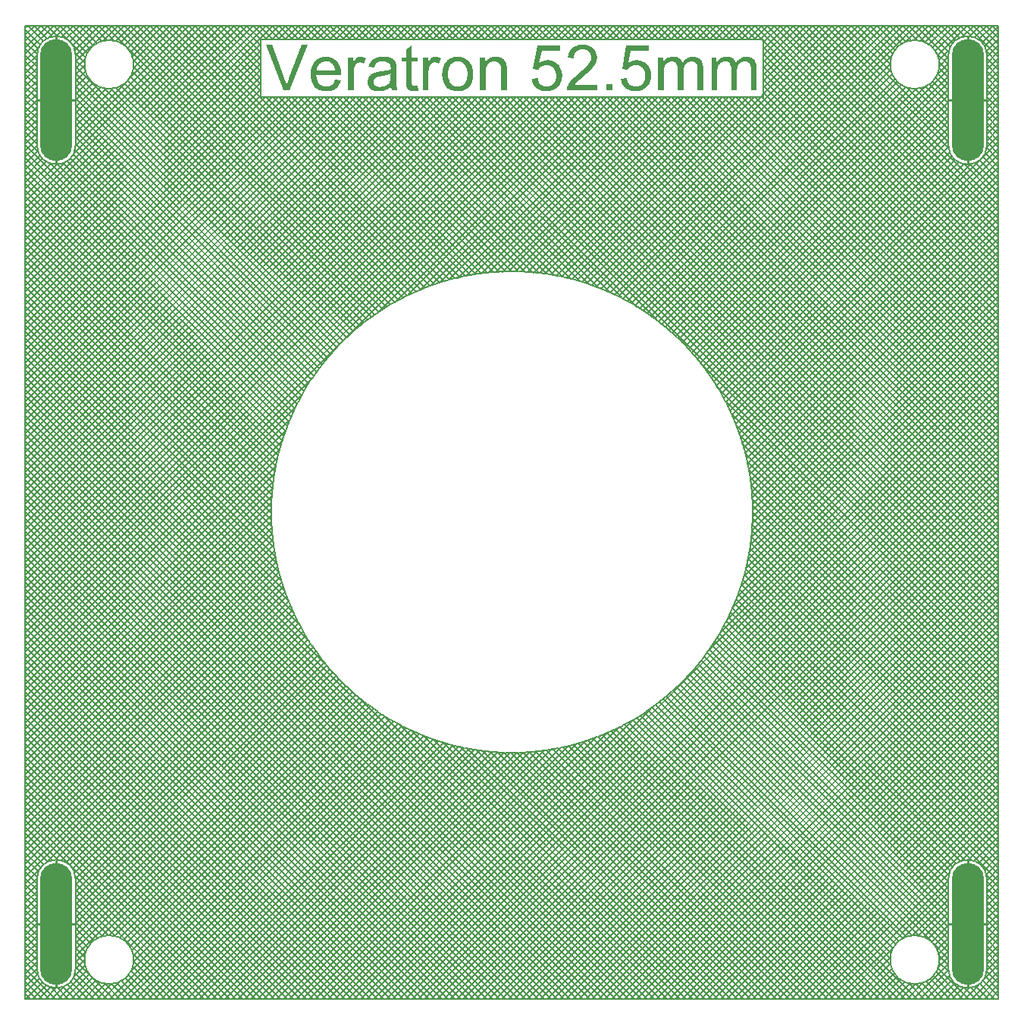
<source format=gtl>
G04*
G04 #@! TF.GenerationSoftware,Altium Limited,Altium Designer,25.8.1 (18)*
G04*
G04 Layer_Physical_Order=1*
G04 Layer_Color=255*
%FSLAX44Y44*%
%MOMM*%
G71*
G04*
G04 #@! TF.SameCoordinates,5BCDE232-B0A3-4B63-ACBE-DE64D98267A6*
G04*
G04*
G04 #@! TF.FilePolarity,Positive*
G04*
G01*
G75*
%ADD12C,0.2032*%
%ADD13C,0.2540*%
%ADD14O,3.6000X13.6000*%
G36*
X-17471Y508774D02*
X-17138D01*
X-16305Y508663D01*
X-15360Y508552D01*
X-14305Y508329D01*
X-13249Y507996D01*
X-12194Y507607D01*
X-12138D01*
X-12083Y507552D01*
X-11749Y507385D01*
X-11250Y507107D01*
X-10583Y506774D01*
X-9916Y506274D01*
X-9194Y505774D01*
X-8528Y505163D01*
X-7972Y504441D01*
X-7916Y504330D01*
X-7750Y504108D01*
X-7528Y503663D01*
X-7194Y503108D01*
X-6861Y502441D01*
X-6583Y501663D01*
X-6250Y500775D01*
X-6028Y499775D01*
Y499719D01*
X-5972Y499441D01*
X-5917Y498997D01*
X-5806Y498386D01*
X-5750Y497553D01*
Y497053D01*
X-5695Y496497D01*
Y495886D01*
X-5639Y495164D01*
Y494442D01*
Y493664D01*
Y470833D01*
X-11916D01*
Y493442D01*
Y493498D01*
Y493609D01*
Y493831D01*
Y494053D01*
Y494386D01*
X-11972Y494775D01*
X-12027Y495608D01*
X-12083Y496553D01*
X-12249Y497497D01*
X-12416Y498386D01*
X-12694Y499164D01*
X-12749Y499275D01*
X-12860Y499497D01*
X-13027Y499830D01*
X-13305Y500275D01*
X-13638Y500775D01*
X-14082Y501275D01*
X-14638Y501774D01*
X-15305Y502219D01*
X-15360Y502275D01*
X-15638Y502386D01*
X-16027Y502608D01*
X-16527Y502830D01*
X-17193Y502997D01*
X-17915Y503219D01*
X-18749Y503330D01*
X-19693Y503386D01*
X-20082D01*
X-20360Y503330D01*
X-20693D01*
X-21137Y503274D01*
X-22082Y503052D01*
X-23137Y502774D01*
X-24304Y502330D01*
X-25470Y501663D01*
X-26081Y501275D01*
X-26637Y500830D01*
X-26692Y500775D01*
X-26748Y500719D01*
X-26915Y500552D01*
X-27081Y500330D01*
X-27303Y499997D01*
X-27525Y499664D01*
X-27803Y499219D01*
X-28081Y498664D01*
X-28359Y498053D01*
X-28637Y497331D01*
X-28859Y496553D01*
X-29081Y495664D01*
X-29248Y494664D01*
X-29414Y493609D01*
X-29470Y492387D01*
X-29525Y491109D01*
Y470833D01*
X-35803D01*
Y507996D01*
X-30136D01*
Y502663D01*
X-30081Y502719D01*
X-29970Y502941D01*
X-29692Y503219D01*
X-29359Y503608D01*
X-28970Y504108D01*
X-28470Y504608D01*
X-27859Y505163D01*
X-27137Y505774D01*
X-26359Y506330D01*
X-25470Y506885D01*
X-24526Y507385D01*
X-23470Y507885D01*
X-22304Y508274D01*
X-21082Y508552D01*
X-19749Y508774D01*
X-18360Y508829D01*
X-17804D01*
X-17471Y508774D01*
D02*
G37*
G36*
X-85297D02*
X-85020D01*
X-84686Y508718D01*
X-83853Y508552D01*
X-82853Y508329D01*
X-81798Y507940D01*
X-80576Y507441D01*
X-79353Y506774D01*
X-81575Y500941D01*
X-81687Y500997D01*
X-81964Y501163D01*
X-82409Y501386D01*
X-83020Y501663D01*
X-83686Y501886D01*
X-84464Y502108D01*
X-85297Y502275D01*
X-86186Y502330D01*
X-86519D01*
X-86908Y502275D01*
X-87408Y502163D01*
X-88019Y501997D01*
X-88630Y501774D01*
X-89241Y501497D01*
X-89908Y501052D01*
X-89964Y500997D01*
X-90186Y500830D01*
X-90463Y500552D01*
X-90797Y500164D01*
X-91186Y499664D01*
X-91574Y499108D01*
X-91908Y498386D01*
X-92241Y497608D01*
Y497553D01*
X-92297Y497442D01*
X-92352Y497275D01*
X-92408Y497053D01*
X-92463Y496720D01*
X-92574Y496331D01*
X-92741Y495442D01*
X-92908Y494331D01*
X-93074Y493109D01*
X-93185Y491720D01*
X-93241Y490276D01*
Y470833D01*
X-99518D01*
Y507996D01*
X-93852D01*
Y502386D01*
X-93741Y502497D01*
X-93630Y502719D01*
X-93463Y502941D01*
X-93074Y503663D01*
X-92519Y504441D01*
X-91908Y505330D01*
X-91241Y506218D01*
X-90575Y506941D01*
X-90186Y507274D01*
X-89852Y507552D01*
X-89741Y507607D01*
X-89519Y507774D01*
X-89130Y507940D01*
X-88686Y508218D01*
X-88075Y508441D01*
X-87408Y508607D01*
X-86630Y508774D01*
X-85853Y508829D01*
X-85520D01*
X-85297Y508774D01*
D02*
G37*
G36*
X-168844D02*
X-168566D01*
X-168233Y508718D01*
X-167400Y508552D01*
X-166400Y508329D01*
X-165345Y507940D01*
X-164123Y507441D01*
X-162900Y506774D01*
X-165122Y500941D01*
X-165233Y500997D01*
X-165511Y501163D01*
X-165956Y501386D01*
X-166567Y501663D01*
X-167233Y501886D01*
X-168011Y502108D01*
X-168844Y502275D01*
X-169733Y502330D01*
X-170066D01*
X-170455Y502275D01*
X-170955Y502163D01*
X-171566Y501997D01*
X-172177Y501774D01*
X-172788Y501497D01*
X-173455Y501052D01*
X-173510Y500997D01*
X-173733Y500830D01*
X-174010Y500552D01*
X-174344Y500164D01*
X-174732Y499664D01*
X-175121Y499108D01*
X-175455Y498386D01*
X-175788Y497608D01*
Y497553D01*
X-175844Y497442D01*
X-175899Y497275D01*
X-175955Y497053D01*
X-176010Y496720D01*
X-176121Y496331D01*
X-176288Y495442D01*
X-176455Y494331D01*
X-176621Y493109D01*
X-176732Y491720D01*
X-176788Y490276D01*
Y470833D01*
X-183065D01*
Y507996D01*
X-177399D01*
Y502386D01*
X-177288Y502497D01*
X-177177Y502719D01*
X-177010Y502941D01*
X-176621Y503663D01*
X-176066Y504441D01*
X-175455Y505330D01*
X-174788Y506218D01*
X-174121Y506941D01*
X-173733Y507274D01*
X-173399Y507552D01*
X-173288Y507607D01*
X-173066Y507774D01*
X-172677Y507940D01*
X-172233Y508218D01*
X-171622Y508441D01*
X-170955Y508607D01*
X-170177Y508774D01*
X-169400Y508829D01*
X-169066D01*
X-168844Y508774D01*
D02*
G37*
G36*
X262667D02*
X263167Y508718D01*
X263666Y508663D01*
X264278Y508552D01*
X264944Y508441D01*
X266277Y508052D01*
X267722Y507496D01*
X268388Y507163D01*
X269055Y506774D01*
X269721Y506274D01*
X270277Y505718D01*
X270333Y505663D01*
X270388Y505552D01*
X270555Y505385D01*
X270721Y505163D01*
X270999Y504830D01*
X271221Y504441D01*
X271499Y503941D01*
X271777Y503386D01*
X272055Y502774D01*
X272332Y502108D01*
X272610Y501330D01*
X272832Y500497D01*
X272999Y499552D01*
X273165Y498553D01*
X273221Y497497D01*
X273277Y496331D01*
Y470833D01*
X266999D01*
Y494220D01*
Y494275D01*
Y494386D01*
Y494609D01*
Y494831D01*
X266944Y495497D01*
Y496331D01*
X266833Y497219D01*
X266722Y498108D01*
X266611Y498941D01*
X266388Y499664D01*
Y499719D01*
X266277Y499941D01*
X266111Y500219D01*
X265889Y500608D01*
X265555Y501052D01*
X265222Y501497D01*
X264722Y501941D01*
X264167Y502330D01*
X264111Y502386D01*
X263889Y502497D01*
X263555Y502663D01*
X263111Y502886D01*
X262556Y503052D01*
X261889Y503219D01*
X261167Y503330D01*
X260389Y503386D01*
X260000D01*
X259722Y503330D01*
X259389D01*
X259000Y503274D01*
X258111Y503052D01*
X257056Y502774D01*
X255945Y502275D01*
X254890Y501663D01*
X254334Y501219D01*
X253834Y500775D01*
Y500719D01*
X253723Y500663D01*
X253612Y500497D01*
X253445Y500275D01*
X253223Y499997D01*
X253001Y499664D01*
X252779Y499219D01*
X252556Y498775D01*
X252279Y498219D01*
X252057Y497608D01*
X251834Y496886D01*
X251612Y496164D01*
X251446Y495331D01*
X251334Y494386D01*
X251279Y493442D01*
X251223Y492387D01*
Y470833D01*
X244946D01*
Y494942D01*
Y494997D01*
Y495108D01*
Y495331D01*
Y495664D01*
X244891Y495997D01*
Y496386D01*
X244780Y497331D01*
X244557Y498330D01*
X244280Y499386D01*
X243891Y500386D01*
X243391Y501275D01*
X243335Y501386D01*
X243113Y501608D01*
X242724Y501941D01*
X242224Y502330D01*
X241502Y502719D01*
X240669Y503052D01*
X239613Y503274D01*
X238391Y503386D01*
X237947D01*
X237447Y503330D01*
X236780Y503219D01*
X236003Y503052D01*
X235170Y502774D01*
X234336Y502441D01*
X233447Y501941D01*
X233336Y501886D01*
X233059Y501663D01*
X232670Y501386D01*
X232225Y500886D01*
X231670Y500330D01*
X231114Y499608D01*
X230614Y498775D01*
X230170Y497831D01*
Y497775D01*
X230114Y497719D01*
X230059Y497553D01*
X230003Y497331D01*
X229948Y497053D01*
X229837Y496720D01*
X229781Y496331D01*
X229670Y495886D01*
X229559Y495331D01*
X229503Y494775D01*
X229392Y494164D01*
X229337Y493442D01*
X229281Y492720D01*
X229226Y491887D01*
X229170Y491053D01*
Y490109D01*
Y470833D01*
X222893D01*
Y507996D01*
X228503D01*
Y502830D01*
X228615Y502886D01*
X228837Y503219D01*
X229226Y503719D01*
X229781Y504330D01*
X230448Y505052D01*
X231225Y505774D01*
X232114Y506496D01*
X233170Y507163D01*
X233225D01*
X233281Y507218D01*
X233447Y507329D01*
X233670Y507441D01*
X233947Y507552D01*
X234281Y507718D01*
X235058Y507996D01*
X236058Y508329D01*
X237169Y508552D01*
X238447Y508774D01*
X239780Y508829D01*
X240447D01*
X240835Y508774D01*
X241224Y508718D01*
X242169Y508607D01*
X243224Y508385D01*
X244335Y508107D01*
X245446Y507663D01*
X246502Y507107D01*
X246557D01*
X246613Y507052D01*
X246946Y506774D01*
X247390Y506385D01*
X248001Y505885D01*
X248612Y505163D01*
X249224Y504385D01*
X249779Y503441D01*
X250279Y502330D01*
X250335Y502386D01*
X250501Y502608D01*
X250723Y502941D01*
X251112Y503330D01*
X251501Y503830D01*
X252057Y504385D01*
X252668Y504996D01*
X253390Y505607D01*
X254167Y506163D01*
X255056Y506774D01*
X256001Y507329D01*
X257001Y507829D01*
X258111Y508218D01*
X259278Y508552D01*
X260500Y508774D01*
X261778Y508829D01*
X262333D01*
X262667Y508774D01*
D02*
G37*
G36*
X203006D02*
X203506Y508718D01*
X204006Y508663D01*
X204617Y508552D01*
X205284Y508441D01*
X206617Y508052D01*
X208061Y507496D01*
X208728Y507163D01*
X209394Y506774D01*
X210061Y506274D01*
X210616Y505718D01*
X210672Y505663D01*
X210728Y505552D01*
X210894Y505385D01*
X211061Y505163D01*
X211339Y504830D01*
X211561Y504441D01*
X211838Y503941D01*
X212116Y503386D01*
X212394Y502774D01*
X212672Y502108D01*
X212950Y501330D01*
X213172Y500497D01*
X213338Y499552D01*
X213505Y498553D01*
X213561Y497497D01*
X213616Y496331D01*
Y470833D01*
X207339D01*
Y494220D01*
Y494275D01*
Y494386D01*
Y494609D01*
Y494831D01*
X207283Y495497D01*
Y496331D01*
X207172Y497219D01*
X207061Y498108D01*
X206950Y498941D01*
X206728Y499664D01*
Y499719D01*
X206617Y499941D01*
X206450Y500219D01*
X206228Y500608D01*
X205895Y501052D01*
X205561Y501497D01*
X205061Y501941D01*
X204506Y502330D01*
X204450Y502386D01*
X204228Y502497D01*
X203895Y502663D01*
X203451Y502886D01*
X202895Y503052D01*
X202228Y503219D01*
X201506Y503330D01*
X200729Y503386D01*
X200340D01*
X200062Y503330D01*
X199729D01*
X199340Y503274D01*
X198451Y503052D01*
X197396Y502774D01*
X196285Y502275D01*
X195229Y501663D01*
X194674Y501219D01*
X194174Y500775D01*
Y500719D01*
X194063Y500663D01*
X193951Y500497D01*
X193785Y500275D01*
X193563Y499997D01*
X193340Y499664D01*
X193118Y499219D01*
X192896Y498775D01*
X192618Y498219D01*
X192396Y497608D01*
X192174Y496886D01*
X191952Y496164D01*
X191785Y495331D01*
X191674Y494386D01*
X191618Y493442D01*
X191563Y492387D01*
Y470833D01*
X185286D01*
Y494942D01*
Y494997D01*
Y495108D01*
Y495331D01*
Y495664D01*
X185230Y495997D01*
Y496386D01*
X185119Y497331D01*
X184897Y498330D01*
X184619Y499386D01*
X184230Y500386D01*
X183730Y501275D01*
X183675Y501386D01*
X183453Y501608D01*
X183064Y501941D01*
X182564Y502330D01*
X181842Y502719D01*
X181008Y503052D01*
X179953Y503274D01*
X178731Y503386D01*
X178286D01*
X177787Y503330D01*
X177120Y503219D01*
X176342Y503052D01*
X175509Y502774D01*
X174676Y502441D01*
X173787Y501941D01*
X173676Y501886D01*
X173398Y501663D01*
X173009Y501386D01*
X172565Y500886D01*
X172009Y500330D01*
X171454Y499608D01*
X170954Y498775D01*
X170509Y497831D01*
Y497775D01*
X170454Y497719D01*
X170398Y497553D01*
X170343Y497331D01*
X170287Y497053D01*
X170176Y496720D01*
X170121Y496331D01*
X170009Y495886D01*
X169898Y495331D01*
X169843Y494775D01*
X169732Y494164D01*
X169676Y493442D01*
X169621Y492720D01*
X169565Y491887D01*
X169510Y491053D01*
Y490109D01*
Y470833D01*
X163232D01*
Y507996D01*
X168843D01*
Y502830D01*
X168954Y502886D01*
X169176Y503219D01*
X169565Y503719D01*
X170121Y504330D01*
X170787Y505052D01*
X171565Y505774D01*
X172454Y506496D01*
X173509Y507163D01*
X173565D01*
X173620Y507218D01*
X173787Y507329D01*
X174009Y507441D01*
X174287Y507552D01*
X174620Y507718D01*
X175398Y507996D01*
X176398Y508329D01*
X177509Y508552D01*
X178786Y508774D01*
X180120Y508829D01*
X180786D01*
X181175Y508774D01*
X181564Y508718D01*
X182508Y508607D01*
X183564Y508385D01*
X184675Y508107D01*
X185786Y507663D01*
X186841Y507107D01*
X186897D01*
X186952Y507052D01*
X187285Y506774D01*
X187730Y506385D01*
X188341Y505885D01*
X188952Y505163D01*
X189563Y504385D01*
X190119Y503441D01*
X190618Y502330D01*
X190674Y502386D01*
X190841Y502608D01*
X191063Y502941D01*
X191452Y503330D01*
X191841Y503830D01*
X192396Y504385D01*
X193007Y504996D01*
X193729Y505607D01*
X194507Y506163D01*
X195396Y506774D01*
X196340Y507329D01*
X197340Y507829D01*
X198451Y508218D01*
X199618Y508552D01*
X200840Y508774D01*
X202117Y508829D01*
X202673D01*
X203006Y508774D01*
D02*
G37*
G36*
X-248169Y470833D02*
X-255169D01*
X-275056Y522106D01*
X-267667D01*
X-254335Y484832D01*
Y484776D01*
X-254280Y484610D01*
X-254169Y484387D01*
X-254058Y484054D01*
X-253946Y483665D01*
X-253780Y483221D01*
X-253613Y482721D01*
X-253391Y482110D01*
X-253002Y480832D01*
X-252558Y479444D01*
X-252113Y477944D01*
X-251669Y476444D01*
Y476499D01*
X-251613Y476610D01*
X-251558Y476888D01*
X-251447Y477166D01*
X-251336Y477555D01*
X-251225Y477999D01*
X-251058Y478499D01*
X-250891Y479055D01*
X-250502Y480332D01*
X-250002Y481777D01*
X-249447Y483276D01*
X-248892Y484832D01*
X-235060Y522106D01*
X-228171D01*
X-248169Y470833D01*
D02*
G37*
G36*
X153289Y515440D02*
X132791D01*
X130069Y501663D01*
X130125Y501719D01*
X130291Y501830D01*
X130514Y501941D01*
X130847Y502163D01*
X131291Y502386D01*
X131791Y502663D01*
X132347Y502997D01*
X133013Y503274D01*
X133680Y503552D01*
X134458Y503885D01*
X136069Y504385D01*
X136957Y504608D01*
X137846Y504774D01*
X138791Y504830D01*
X139735Y504885D01*
X140013D01*
X140401Y504830D01*
X140846D01*
X141401Y504719D01*
X142068Y504663D01*
X142846Y504496D01*
X143623Y504330D01*
X144512Y504052D01*
X145401Y503774D01*
X146345Y503386D01*
X147290Y502941D01*
X148234Y502386D01*
X149178Y501774D01*
X150123Y501052D01*
X151011Y500219D01*
X151067Y500164D01*
X151234Y499997D01*
X151456Y499719D01*
X151734Y499386D01*
X152122Y498941D01*
X152511Y498330D01*
X152900Y497719D01*
X153345Y496997D01*
X153789Y496164D01*
X154178Y495220D01*
X154622Y494275D01*
X154956Y493164D01*
X155233Y492053D01*
X155456Y490831D01*
X155622Y489554D01*
X155678Y488220D01*
Y488165D01*
Y487887D01*
Y487554D01*
X155622Y487054D01*
X155567Y486443D01*
X155456Y485776D01*
X155344Y484999D01*
X155178Y484110D01*
X154956Y483221D01*
X154678Y482221D01*
X154345Y481221D01*
X153956Y480221D01*
X153511Y479221D01*
X152956Y478166D01*
X152345Y477166D01*
X151623Y476222D01*
X151567Y476166D01*
X151400Y475944D01*
X151123Y475666D01*
X150734Y475277D01*
X150234Y474777D01*
X149623Y474277D01*
X148901Y473666D01*
X148067Y473111D01*
X147179Y472555D01*
X146179Y471944D01*
X145068Y471444D01*
X143846Y471000D01*
X142568Y470555D01*
X141179Y470278D01*
X139735Y470056D01*
X138180Y470000D01*
X137513D01*
X137013Y470056D01*
X136402Y470111D01*
X135735Y470222D01*
X134958Y470333D01*
X134124Y470500D01*
X133236Y470667D01*
X132291Y470944D01*
X131347Y471278D01*
X130402Y471666D01*
X129458Y472111D01*
X128514Y472611D01*
X127625Y473222D01*
X126736Y473889D01*
X126681Y473944D01*
X126570Y474055D01*
X126347Y474277D01*
X126070Y474611D01*
X125681Y475000D01*
X125292Y475444D01*
X124903Y475999D01*
X124459Y476666D01*
X124014Y477333D01*
X123570Y478110D01*
X123181Y478999D01*
X122792Y479888D01*
X122403Y480888D01*
X122126Y481943D01*
X121903Y483110D01*
X121737Y484276D01*
X128347Y484776D01*
Y484721D01*
X128403Y484554D01*
X128458Y484332D01*
X128514Y483999D01*
X128569Y483610D01*
X128736Y483110D01*
X129014Y482054D01*
X129458Y480888D01*
X130069Y479666D01*
X130791Y478555D01*
X131236Y478055D01*
X131680Y477555D01*
X131736D01*
X131791Y477444D01*
X131958Y477333D01*
X132180Y477166D01*
X132736Y476777D01*
X133513Y476388D01*
X134458Y475944D01*
X135569Y475555D01*
X136791Y475277D01*
X137457Y475222D01*
X138180Y475166D01*
X138624D01*
X138957Y475222D01*
X139346Y475277D01*
X139790Y475333D01*
X140846Y475611D01*
X142068Y475999D01*
X142679Y476277D01*
X143346Y476610D01*
X144012Y476999D01*
X144623Y477444D01*
X145234Y477944D01*
X145845Y478555D01*
X145901Y478610D01*
X145956Y478721D01*
X146123Y478888D01*
X146345Y479166D01*
X146567Y479555D01*
X146845Y479943D01*
X147123Y480443D01*
X147456Y480999D01*
X147734Y481610D01*
X148012Y482276D01*
X148290Y483054D01*
X148512Y483832D01*
X148734Y484721D01*
X148901Y485665D01*
X148956Y486609D01*
X149012Y487665D01*
Y487720D01*
Y487887D01*
Y488165D01*
X148956Y488554D01*
X148901Y488998D01*
X148845Y489554D01*
X148734Y490109D01*
X148623Y490776D01*
X148290Y492109D01*
X147734Y493553D01*
X147401Y494220D01*
X146956Y494886D01*
X146512Y495553D01*
X145956Y496164D01*
X145901Y496219D01*
X145845Y496275D01*
X145623Y496442D01*
X145401Y496664D01*
X145123Y496886D01*
X144734Y497164D01*
X144346Y497442D01*
X143846Y497775D01*
X143290Y498053D01*
X142735Y498330D01*
X141346Y498830D01*
X140624Y499053D01*
X139790Y499219D01*
X138957Y499275D01*
X138068Y499330D01*
X137569D01*
X136957Y499275D01*
X136235Y499164D01*
X135346Y498997D01*
X134402Y498719D01*
X133458Y498386D01*
X132513Y497886D01*
X132402Y497831D01*
X132125Y497664D01*
X131680Y497331D01*
X131125Y496942D01*
X130569Y496386D01*
X129903Y495775D01*
X129291Y495053D01*
X128736Y494275D01*
X122848Y495108D01*
X127792Y521439D01*
X153289D01*
Y515440D01*
D02*
G37*
G36*
X53744D02*
X33246D01*
X30524Y501663D01*
X30580Y501719D01*
X30746Y501830D01*
X30968Y501941D01*
X31302Y502163D01*
X31746Y502386D01*
X32246Y502663D01*
X32801Y502997D01*
X33468Y503274D01*
X34135Y503552D01*
X34912Y503885D01*
X36523Y504385D01*
X37412Y504608D01*
X38301Y504774D01*
X39245Y504830D01*
X40190Y504885D01*
X40467D01*
X40856Y504830D01*
X41301D01*
X41856Y504719D01*
X42523Y504663D01*
X43300Y504496D01*
X44078Y504330D01*
X44967Y504052D01*
X45856Y503774D01*
X46800Y503386D01*
X47744Y502941D01*
X48689Y502386D01*
X49633Y501774D01*
X50578Y501052D01*
X51466Y500219D01*
X51522Y500164D01*
X51688Y499997D01*
X51911Y499719D01*
X52188Y499386D01*
X52577Y498941D01*
X52966Y498330D01*
X53355Y497719D01*
X53799Y496997D01*
X54244Y496164D01*
X54633Y495220D01*
X55077Y494275D01*
X55410Y493164D01*
X55688Y492053D01*
X55910Y490831D01*
X56077Y489554D01*
X56132Y488220D01*
Y488165D01*
Y487887D01*
Y487554D01*
X56077Y487054D01*
X56021Y486443D01*
X55910Y485776D01*
X55799Y484999D01*
X55633Y484110D01*
X55410Y483221D01*
X55133Y482221D01*
X54799Y481221D01*
X54410Y480221D01*
X53966Y479221D01*
X53411Y478166D01*
X52800Y477166D01*
X52077Y476222D01*
X52022Y476166D01*
X51855Y475944D01*
X51577Y475666D01*
X51189Y475277D01*
X50689Y474777D01*
X50078Y474277D01*
X49355Y473666D01*
X48522Y473111D01*
X47633Y472555D01*
X46633Y471944D01*
X45522Y471444D01*
X44300Y471000D01*
X43023Y470555D01*
X41634Y470278D01*
X40190Y470056D01*
X38634Y470000D01*
X37968D01*
X37468Y470056D01*
X36857Y470111D01*
X36190Y470222D01*
X35412Y470333D01*
X34579Y470500D01*
X33690Y470667D01*
X32746Y470944D01*
X31802Y471278D01*
X30857Y471666D01*
X29913Y472111D01*
X28969Y472611D01*
X28080Y473222D01*
X27191Y473889D01*
X27136Y473944D01*
X27024Y474055D01*
X26802Y474277D01*
X26524Y474611D01*
X26136Y475000D01*
X25747Y475444D01*
X25358Y475999D01*
X24913Y476666D01*
X24469Y477333D01*
X24025Y478110D01*
X23636Y478999D01*
X23247Y479888D01*
X22858Y480888D01*
X22580Y481943D01*
X22358Y483110D01*
X22192Y484276D01*
X28802Y484776D01*
Y484721D01*
X28858Y484554D01*
X28913Y484332D01*
X28969Y483999D01*
X29024Y483610D01*
X29191Y483110D01*
X29469Y482054D01*
X29913Y480888D01*
X30524Y479666D01*
X31246Y478555D01*
X31690Y478055D01*
X32135Y477555D01*
X32190D01*
X32246Y477444D01*
X32413Y477333D01*
X32635Y477166D01*
X33190Y476777D01*
X33968Y476388D01*
X34912Y475944D01*
X36023Y475555D01*
X37246Y475277D01*
X37912Y475222D01*
X38634Y475166D01*
X39079D01*
X39412Y475222D01*
X39801Y475277D01*
X40245Y475333D01*
X41301Y475611D01*
X42523Y475999D01*
X43134Y476277D01*
X43800Y476610D01*
X44467Y476999D01*
X45078Y477444D01*
X45689Y477944D01*
X46300Y478555D01*
X46356Y478610D01*
X46411Y478721D01*
X46578Y478888D01*
X46800Y479166D01*
X47022Y479555D01*
X47300Y479943D01*
X47578Y480443D01*
X47911Y480999D01*
X48189Y481610D01*
X48467Y482276D01*
X48744Y483054D01*
X48966Y483832D01*
X49189Y484721D01*
X49355Y485665D01*
X49411Y486609D01*
X49467Y487665D01*
Y487720D01*
Y487887D01*
Y488165D01*
X49411Y488554D01*
X49355Y488998D01*
X49300Y489554D01*
X49189Y490109D01*
X49078Y490776D01*
X48744Y492109D01*
X48189Y493553D01*
X47856Y494220D01*
X47411Y494886D01*
X46967Y495553D01*
X46411Y496164D01*
X46356Y496219D01*
X46300Y496275D01*
X46078Y496442D01*
X45856Y496664D01*
X45578Y496886D01*
X45189Y497164D01*
X44800Y497442D01*
X44300Y497775D01*
X43745Y498053D01*
X43189Y498330D01*
X41801Y498830D01*
X41079Y499053D01*
X40245Y499219D01*
X39412Y499275D01*
X38523Y499330D01*
X38023D01*
X37412Y499275D01*
X36690Y499164D01*
X35801Y498997D01*
X34857Y498719D01*
X33912Y498386D01*
X32968Y497886D01*
X32857Y497831D01*
X32579Y497664D01*
X32135Y497331D01*
X31579Y496942D01*
X31024Y496386D01*
X30357Y495775D01*
X29746Y495053D01*
X29191Y494275D01*
X23303Y495108D01*
X28247Y521439D01*
X53744D01*
Y515440D01*
D02*
G37*
G36*
X112515Y470833D02*
X105350D01*
Y477999D01*
X112515D01*
Y470833D01*
D02*
G37*
G36*
X80185Y522217D02*
X80797Y522161D01*
X81519Y522050D01*
X82352Y521939D01*
X83185Y521772D01*
X84129Y521550D01*
X85074Y521273D01*
X86074Y520939D01*
X87018Y520550D01*
X88018Y520050D01*
X88962Y519495D01*
X89851Y518884D01*
X90684Y518162D01*
X90740Y518106D01*
X90851Y517995D01*
X91073Y517717D01*
X91351Y517440D01*
X91684Y517051D01*
X92073Y516551D01*
X92462Y515995D01*
X92851Y515329D01*
X93240Y514662D01*
X93629Y513884D01*
X94017Y513051D01*
X94351Y512162D01*
X94628Y511162D01*
X94851Y510163D01*
X94962Y509107D01*
X95017Y507996D01*
Y507940D01*
Y507885D01*
Y507718D01*
Y507496D01*
X94962Y506885D01*
X94851Y506107D01*
X94684Y505163D01*
X94462Y504163D01*
X94184Y503052D01*
X93740Y501941D01*
Y501886D01*
X93684Y501830D01*
X93629Y501663D01*
X93518Y501441D01*
X93184Y500830D01*
X92740Y500052D01*
X92129Y499108D01*
X91407Y498053D01*
X90573Y496942D01*
X89518Y495720D01*
X89462Y495664D01*
X89407Y495553D01*
X89185Y495386D01*
X88962Y495108D01*
X88629Y494775D01*
X88240Y494386D01*
X87796Y493886D01*
X87240Y493386D01*
X86574Y492775D01*
X85852Y492109D01*
X85074Y491331D01*
X84185Y490554D01*
X83241Y489665D01*
X82185Y488776D01*
X81019Y487776D01*
X79797Y486721D01*
X79741Y486665D01*
X79574Y486498D01*
X79241Y486276D01*
X78908Y485943D01*
X78408Y485554D01*
X77908Y485110D01*
X76741Y484110D01*
X75519Y483054D01*
X74353Y481943D01*
X73797Y481443D01*
X73297Y480999D01*
X72853Y480555D01*
X72520Y480221D01*
X72464Y480166D01*
X72242Y479943D01*
X71964Y479610D01*
X71575Y479166D01*
X71131Y478666D01*
X70686Y478110D01*
X69798Y476888D01*
X95073D01*
Y470833D01*
X61132D01*
Y470944D01*
Y471222D01*
Y471666D01*
X61188Y472222D01*
X61243Y472889D01*
X61410Y473611D01*
X61576Y474389D01*
X61854Y475166D01*
Y475222D01*
X61910Y475333D01*
X61965Y475499D01*
X62076Y475777D01*
X62243Y476055D01*
X62410Y476444D01*
X62854Y477333D01*
X63410Y478388D01*
X64132Y479555D01*
X64965Y480777D01*
X65965Y481999D01*
X66020Y482054D01*
X66076Y482165D01*
X66242Y482332D01*
X66520Y482610D01*
X66798Y482888D01*
X67187Y483276D01*
X67576Y483721D01*
X68076Y484221D01*
X68631Y484776D01*
X69242Y485332D01*
X69909Y485998D01*
X70686Y486665D01*
X71464Y487387D01*
X72353Y488109D01*
X73242Y488887D01*
X74242Y489720D01*
X74353Y489776D01*
X74630Y490053D01*
X75019Y490387D01*
X75575Y490887D01*
X76241Y491442D01*
X77019Y492109D01*
X77908Y492831D01*
X78797Y493664D01*
X80686Y495386D01*
X82519Y497219D01*
X83407Y498108D01*
X84241Y498997D01*
X84963Y499830D01*
X85574Y500608D01*
X85629Y500663D01*
X85685Y500775D01*
X85852Y500997D01*
X86018Y501275D01*
X86296Y501663D01*
X86518Y502052D01*
X87074Y503052D01*
X87629Y504219D01*
X88129Y505496D01*
X88462Y506829D01*
X88518Y507496D01*
X88574Y508163D01*
Y508218D01*
Y508329D01*
Y508552D01*
X88518Y508774D01*
Y509107D01*
X88407Y509496D01*
X88240Y510329D01*
X87907Y511329D01*
X87407Y512384D01*
X87129Y512940D01*
X86740Y513440D01*
X86351Y513940D01*
X85852Y514440D01*
X85796Y514495D01*
X85740Y514551D01*
X85574Y514662D01*
X85352Y514829D01*
X85074Y515051D01*
X84741Y515273D01*
X83963Y515773D01*
X82907Y516217D01*
X81741Y516662D01*
X80352Y516940D01*
X79574Y517051D01*
X78352D01*
X78019Y516995D01*
X77630D01*
X77186Y516884D01*
X76186Y516717D01*
X75019Y516384D01*
X73797Y515884D01*
X73186Y515551D01*
X72575Y515218D01*
X72020Y514773D01*
X71464Y514273D01*
X71409Y514218D01*
X71353Y514162D01*
X71242Y513996D01*
X71020Y513773D01*
X70853Y513495D01*
X70631Y513162D01*
X70353Y512773D01*
X70131Y512329D01*
X69853Y511829D01*
X69631Y511273D01*
X69187Y509940D01*
X68853Y508496D01*
X68798Y507663D01*
X68742Y506774D01*
X62298Y507441D01*
Y507552D01*
X62354Y507774D01*
X62410Y508107D01*
X62465Y508607D01*
X62576Y509218D01*
X62743Y509940D01*
X62909Y510718D01*
X63187Y511551D01*
X63465Y512384D01*
X63798Y513329D01*
X64243Y514218D01*
X64687Y515107D01*
X65243Y516051D01*
X65854Y516884D01*
X66520Y517717D01*
X67298Y518439D01*
X67354Y518495D01*
X67520Y518606D01*
X67742Y518773D01*
X68076Y519050D01*
X68520Y519328D01*
X69076Y519661D01*
X69687Y519995D01*
X70409Y520384D01*
X71186Y520717D01*
X72075Y521050D01*
X73020Y521384D01*
X74075Y521661D01*
X75186Y521939D01*
X76353Y522106D01*
X77630Y522217D01*
X78963Y522272D01*
X79686D01*
X80185Y522217D01*
D02*
G37*
G36*
X-142291Y508774D02*
X-141791D01*
X-140736Y508663D01*
X-139514Y508552D01*
X-138236Y508329D01*
X-136959Y508052D01*
X-135792Y507663D01*
X-135737D01*
X-135681Y507607D01*
X-135514Y507552D01*
X-135292Y507441D01*
X-134792Y507218D01*
X-134126Y506885D01*
X-133404Y506496D01*
X-132681Y505996D01*
X-132015Y505441D01*
X-131404Y504830D01*
X-131348Y504774D01*
X-131181Y504552D01*
X-130904Y504163D01*
X-130626Y503663D01*
X-130293Y503052D01*
X-129959Y502330D01*
X-129626Y501497D01*
X-129404Y500552D01*
Y500497D01*
X-129348Y500219D01*
X-129293Y499830D01*
X-129237Y499219D01*
X-129182Y498442D01*
X-129126Y497442D01*
Y496831D01*
X-129071Y496219D01*
Y495553D01*
Y494775D01*
Y486387D01*
Y486276D01*
Y485998D01*
Y485554D01*
Y484999D01*
Y484276D01*
Y483499D01*
X-129015Y482610D01*
Y481721D01*
X-128960Y479832D01*
Y478888D01*
X-128904Y477999D01*
X-128848Y477166D01*
X-128793Y476444D01*
X-128737Y475777D01*
X-128682Y475277D01*
Y475166D01*
X-128626Y474888D01*
X-128515Y474444D01*
X-128348Y473833D01*
X-128126Y473166D01*
X-127849Y472444D01*
X-127515Y471611D01*
X-127126Y470833D01*
X-133681D01*
X-133737Y470944D01*
X-133848Y471167D01*
X-134015Y471611D01*
X-134181Y472166D01*
X-134403Y472833D01*
X-134626Y473611D01*
X-134792Y474500D01*
X-134903Y475499D01*
X-134959Y475444D01*
X-135070Y475388D01*
X-135237Y475222D01*
X-135514Y475000D01*
X-135848Y474777D01*
X-136181Y474444D01*
X-137070Y473833D01*
X-138125Y473111D01*
X-139236Y472389D01*
X-140458Y471778D01*
X-141680Y471222D01*
X-141736D01*
X-141847Y471167D01*
X-142014Y471111D01*
X-142236Y471055D01*
X-142514Y470944D01*
X-142902Y470833D01*
X-143736Y470611D01*
X-144791Y470389D01*
X-145958Y470167D01*
X-147235Y470056D01*
X-148624Y470000D01*
X-149235D01*
X-149624Y470056D01*
X-150124Y470111D01*
X-150735Y470167D01*
X-151402Y470222D01*
X-152068Y470389D01*
X-153624Y470722D01*
X-155179Y471222D01*
X-155901Y471555D01*
X-156679Y472000D01*
X-157345Y472444D01*
X-158012Y472944D01*
X-158068Y473000D01*
X-158179Y473111D01*
X-158290Y473278D01*
X-158512Y473500D01*
X-158790Y473777D01*
X-159067Y474166D01*
X-159345Y474555D01*
X-159623Y475055D01*
X-160234Y476110D01*
X-160790Y477444D01*
X-161012Y478166D01*
X-161123Y478943D01*
X-161234Y479777D01*
X-161290Y480610D01*
Y480666D01*
Y480721D01*
Y481054D01*
X-161234Y481610D01*
X-161123Y482276D01*
X-161012Y483054D01*
X-160790Y483887D01*
X-160456Y484721D01*
X-160067Y485610D01*
X-160012Y485721D01*
X-159845Y485998D01*
X-159567Y486387D01*
X-159179Y486943D01*
X-158734Y487498D01*
X-158179Y488109D01*
X-157568Y488665D01*
X-156846Y489220D01*
X-156734Y489276D01*
X-156457Y489442D01*
X-156068Y489720D01*
X-155512Y489998D01*
X-154846Y490331D01*
X-154068Y490665D01*
X-153179Y490998D01*
X-152290Y491276D01*
X-152179D01*
X-151957Y491387D01*
X-151513Y491442D01*
X-150902Y491609D01*
X-150124Y491720D01*
X-149124Y491887D01*
X-148013Y492053D01*
X-146680Y492220D01*
X-146569D01*
X-146347Y492276D01*
X-145958Y492331D01*
X-145458Y492387D01*
X-144791Y492498D01*
X-144069Y492609D01*
X-143291Y492720D01*
X-142402Y492831D01*
X-140569Y493164D01*
X-138736Y493553D01*
X-137847Y493775D01*
X-136959Y493997D01*
X-136181Y494220D01*
X-135459Y494442D01*
Y494497D01*
Y494664D01*
Y494886D01*
X-135403Y495108D01*
Y495664D01*
Y495886D01*
Y496053D01*
Y496108D01*
Y496219D01*
Y496442D01*
Y496664D01*
X-135514Y497331D01*
X-135625Y498164D01*
X-135848Y499053D01*
X-136181Y499941D01*
X-136625Y500775D01*
X-137236Y501441D01*
X-137347Y501552D01*
X-137459Y501663D01*
X-137681Y501774D01*
X-137959Y501941D01*
X-138236Y502108D01*
X-139014Y502552D01*
X-140014Y502941D01*
X-141236Y503274D01*
X-142680Y503497D01*
X-144347Y503608D01*
X-145069D01*
X-145458Y503552D01*
X-145847D01*
X-146847Y503441D01*
X-147902Y503219D01*
X-148957Y502941D01*
X-150013Y502552D01*
X-150902Y502052D01*
X-151013Y501997D01*
X-151235Y501774D01*
X-151624Y501330D01*
X-152068Y500775D01*
X-152568Y500052D01*
X-153124Y499053D01*
X-153568Y497942D01*
X-153790Y497275D01*
X-154012Y496553D01*
X-160179Y497386D01*
Y497442D01*
X-160123Y497553D01*
X-160067Y497775D01*
X-160012Y498053D01*
X-159901Y498386D01*
X-159790Y498775D01*
X-159512Y499664D01*
X-159123Y500663D01*
X-158679Y501719D01*
X-158123Y502774D01*
X-157457Y503719D01*
Y503774D01*
X-157345Y503830D01*
X-157068Y504108D01*
X-156623Y504552D01*
X-156012Y505107D01*
X-155234Y505718D01*
X-154290Y506330D01*
X-153179Y506941D01*
X-151902Y507496D01*
X-151846D01*
X-151735Y507552D01*
X-151513Y507607D01*
X-151235Y507718D01*
X-150902Y507829D01*
X-150513Y507940D01*
X-150013Y508052D01*
X-149457Y508163D01*
X-148902Y508274D01*
X-148235Y508385D01*
X-146791Y508607D01*
X-145180Y508774D01*
X-143458Y508829D01*
X-142680D01*
X-142291Y508774D01*
D02*
G37*
G36*
X-112017Y507996D02*
X-105629D01*
Y503108D01*
X-112017D01*
Y481332D01*
Y481277D01*
Y481221D01*
Y480888D01*
Y480443D01*
X-111961Y479888D01*
Y479332D01*
X-111850Y478777D01*
X-111795Y478277D01*
X-111684Y477888D01*
Y477832D01*
X-111628Y477777D01*
X-111406Y477444D01*
X-111072Y477055D01*
X-110628Y476666D01*
X-110573D01*
X-110461Y476610D01*
X-110295Y476555D01*
X-110073Y476444D01*
X-109739Y476388D01*
X-109406Y476277D01*
X-108962Y476222D01*
X-108017D01*
X-107684Y476277D01*
X-107295D01*
X-106795Y476333D01*
X-106240Y476388D01*
X-105629Y476444D01*
X-104795Y470889D01*
X-104906D01*
X-105240Y470778D01*
X-105740Y470722D01*
X-106406Y470611D01*
X-107128Y470500D01*
X-107906Y470444D01*
X-109573Y470333D01*
X-110128D01*
X-110739Y470389D01*
X-111517Y470444D01*
X-112406Y470611D01*
X-113294Y470778D01*
X-114128Y471055D01*
X-114905Y471389D01*
X-114961Y471444D01*
X-115183Y471611D01*
X-115516Y471833D01*
X-115961Y472166D01*
X-116405Y472555D01*
X-116850Y473055D01*
X-117239Y473611D01*
X-117572Y474222D01*
X-117627Y474333D01*
X-117683Y474611D01*
X-117738Y474833D01*
X-117794Y475111D01*
X-117850Y475444D01*
X-117905Y475833D01*
X-118016Y476277D01*
X-118072Y476833D01*
X-118127Y477444D01*
X-118183Y478110D01*
X-118238Y478888D01*
Y479721D01*
X-118294Y480666D01*
Y481665D01*
Y503108D01*
X-122960D01*
Y507996D01*
X-118294D01*
Y517162D01*
X-112017Y520939D01*
Y507996D01*
D02*
G37*
G36*
X-59855Y508774D02*
X-59300D01*
X-58633Y508663D01*
X-57911Y508552D01*
X-57078Y508385D01*
X-56134Y508218D01*
X-55189Y507940D01*
X-54134Y507607D01*
X-53134Y507163D01*
X-52079Y506718D01*
X-51023Y506107D01*
X-50023Y505441D01*
X-49023Y504663D01*
X-48079Y503774D01*
X-48023Y503719D01*
X-47857Y503552D01*
X-47635Y503274D01*
X-47301Y502830D01*
X-46968Y502330D01*
X-46524Y501719D01*
X-46079Y500997D01*
X-45635Y500164D01*
X-45190Y499219D01*
X-44746Y498164D01*
X-44302Y497053D01*
X-43968Y495831D01*
X-43635Y494497D01*
X-43413Y493053D01*
X-43246Y491498D01*
X-43191Y489887D01*
Y489831D01*
Y489554D01*
Y489220D01*
X-43246Y488720D01*
Y488109D01*
X-43302Y487387D01*
X-43357Y486609D01*
X-43468Y485776D01*
X-43691Y483999D01*
X-44079Y482110D01*
X-44635Y480277D01*
X-44968Y479444D01*
X-45357Y478610D01*
Y478555D01*
X-45468Y478444D01*
X-45579Y478221D01*
X-45746Y477944D01*
X-45968Y477610D01*
X-46246Y477166D01*
X-46968Y476277D01*
X-47857Y475222D01*
X-48912Y474166D01*
X-50190Y473166D01*
X-51634Y472222D01*
X-51690D01*
X-51801Y472111D01*
X-52023Y472000D01*
X-52356Y471889D01*
X-52745Y471722D01*
X-53190Y471500D01*
X-53689Y471333D01*
X-54301Y471111D01*
X-54912Y470889D01*
X-55634Y470722D01*
X-57134Y470333D01*
X-58800Y470111D01*
X-60578Y470000D01*
X-60911D01*
X-61300Y470056D01*
X-61855D01*
X-62522Y470167D01*
X-63300Y470278D01*
X-64133Y470444D01*
X-65077Y470611D01*
X-66077Y470889D01*
X-67077Y471222D01*
X-68133Y471611D01*
X-69188Y472111D01*
X-70243Y472666D01*
X-71243Y473333D01*
X-72243Y474111D01*
X-73187Y475000D01*
X-73243Y475055D01*
X-73410Y475222D01*
X-73632Y475499D01*
X-73910Y475944D01*
X-74299Y476444D01*
X-74687Y477055D01*
X-75132Y477832D01*
X-75576Y478666D01*
X-76020Y479666D01*
X-76465Y480721D01*
X-76854Y481888D01*
X-77243Y483165D01*
X-77520Y484554D01*
X-77743Y486054D01*
X-77909Y487665D01*
X-77965Y489387D01*
Y489442D01*
Y489498D01*
Y489831D01*
X-77909Y490387D01*
X-77854Y491053D01*
X-77798Y491942D01*
X-77687Y492942D01*
X-77465Y493997D01*
X-77243Y495164D01*
X-76965Y496386D01*
X-76576Y497664D01*
X-76076Y498941D01*
X-75576Y500219D01*
X-74910Y501441D01*
X-74132Y502608D01*
X-73243Y503663D01*
X-72243Y504663D01*
X-72188Y504719D01*
X-72021Y504830D01*
X-71743Y505052D01*
X-71410Y505330D01*
X-70910Y505607D01*
X-70354Y505996D01*
X-69743Y506385D01*
X-68966Y506774D01*
X-68188Y507163D01*
X-67299Y507496D01*
X-66355Y507885D01*
X-65299Y508163D01*
X-64188Y508441D01*
X-63077Y508663D01*
X-61855Y508774D01*
X-60578Y508829D01*
X-60244D01*
X-59855Y508774D01*
D02*
G37*
G36*
X-206896D02*
X-206396D01*
X-205729Y508663D01*
X-205007Y508552D01*
X-204174Y508385D01*
X-203285Y508218D01*
X-202341Y507940D01*
X-201396Y507607D01*
X-200341Y507163D01*
X-199341Y506663D01*
X-198341Y506107D01*
X-197341Y505385D01*
X-196341Y504608D01*
X-195453Y503719D01*
X-195397Y503663D01*
X-195230Y503497D01*
X-195008Y503219D01*
X-194730Y502774D01*
X-194342Y502275D01*
X-193953Y501663D01*
X-193508Y500886D01*
X-193064Y500052D01*
X-192675Y499108D01*
X-192231Y498053D01*
X-191842Y496886D01*
X-191453Y495608D01*
X-191175Y494220D01*
X-190953Y492720D01*
X-190786Y491165D01*
X-190731Y489498D01*
Y489387D01*
Y489109D01*
Y488554D01*
X-190786Y487831D01*
X-218506D01*
Y487776D01*
Y487554D01*
X-218450Y487220D01*
X-218395Y486832D01*
X-218339Y486276D01*
X-218228Y485721D01*
X-218117Y485054D01*
X-217950Y484332D01*
X-217506Y482832D01*
X-216895Y481221D01*
X-216506Y480499D01*
X-216117Y479721D01*
X-215617Y479055D01*
X-215062Y478388D01*
X-215006Y478332D01*
X-214895Y478277D01*
X-214728Y478110D01*
X-214506Y477888D01*
X-214173Y477666D01*
X-213840Y477388D01*
X-213395Y477055D01*
X-212895Y476777D01*
X-211784Y476166D01*
X-210451Y475666D01*
X-209729Y475444D01*
X-208951Y475333D01*
X-208118Y475222D01*
X-207285Y475166D01*
X-206951D01*
X-206729Y475222D01*
X-206063Y475277D01*
X-205229Y475388D01*
X-204341Y475611D01*
X-203341Y475944D01*
X-202341Y476333D01*
X-201396Y476944D01*
X-201341D01*
X-201285Y477055D01*
X-201008Y477277D01*
X-200563Y477721D01*
X-200008Y478388D01*
X-199397Y479166D01*
X-198730Y480221D01*
X-198063Y481443D01*
X-197508Y482832D01*
X-190953Y481999D01*
Y481943D01*
X-191009Y481721D01*
X-191120Y481443D01*
X-191286Y481054D01*
X-191453Y480555D01*
X-191675Y479999D01*
X-191953Y479388D01*
X-192231Y478721D01*
X-193008Y477333D01*
X-194008Y475833D01*
X-194619Y475111D01*
X-195230Y474389D01*
X-195897Y473722D01*
X-196675Y473111D01*
X-196730Y473055D01*
X-196841Y473000D01*
X-197119Y472833D01*
X-197397Y472611D01*
X-197841Y472389D01*
X-198341Y472111D01*
X-198897Y471833D01*
X-199563Y471555D01*
X-200285Y471278D01*
X-201119Y471000D01*
X-201952Y470722D01*
X-202896Y470500D01*
X-203896Y470278D01*
X-204952Y470111D01*
X-206118Y470056D01*
X-207285Y470000D01*
X-207618D01*
X-208062Y470056D01*
X-208618D01*
X-209340Y470167D01*
X-210118Y470278D01*
X-211007Y470444D01*
X-211951Y470611D01*
X-212951Y470889D01*
X-214006Y471222D01*
X-215117Y471611D01*
X-216173Y472111D01*
X-217284Y472666D01*
X-218284Y473333D01*
X-219284Y474111D01*
X-220228Y475000D01*
X-220283Y475055D01*
X-220450Y475222D01*
X-220672Y475499D01*
X-220950Y475944D01*
X-221339Y476444D01*
X-221728Y477055D01*
X-222172Y477777D01*
X-222561Y478610D01*
X-223005Y479555D01*
X-223450Y480610D01*
X-223839Y481777D01*
X-224227Y483054D01*
X-224505Y484387D01*
X-224727Y485832D01*
X-224894Y487387D01*
X-224949Y489054D01*
Y489165D01*
Y489442D01*
X-224894Y489942D01*
Y490609D01*
X-224783Y491387D01*
X-224672Y492276D01*
X-224561Y493331D01*
X-224338Y494386D01*
X-224116Y495553D01*
X-223783Y496720D01*
X-223394Y497942D01*
X-222950Y499164D01*
X-222394Y500330D01*
X-221728Y501497D01*
X-221005Y502608D01*
X-220172Y503608D01*
X-220117Y503663D01*
X-219950Y503830D01*
X-219672Y504108D01*
X-219284Y504441D01*
X-218839Y504830D01*
X-218228Y505274D01*
X-217561Y505718D01*
X-216784Y506218D01*
X-215951Y506718D01*
X-215006Y507163D01*
X-213951Y507607D01*
X-212840Y507996D01*
X-211618Y508329D01*
X-210396Y508607D01*
X-209007Y508774D01*
X-207618Y508829D01*
X-207285D01*
X-206896Y508774D01*
D02*
G37*
%LPC*%
G36*
X-135403Y489498D02*
X-135459D01*
X-135570Y489442D01*
X-135792Y489387D01*
X-136070Y489276D01*
X-136403Y489109D01*
X-136848Y488998D01*
X-137403Y488831D01*
X-137959Y488665D01*
X-138681Y488498D01*
X-139458Y488276D01*
X-140292Y488109D01*
X-141236Y487887D01*
X-142236Y487665D01*
X-143291Y487498D01*
X-144458Y487276D01*
X-145736Y487109D01*
X-145902D01*
X-146124Y487054D01*
X-146347Y486998D01*
X-147069Y486887D01*
X-147902Y486721D01*
X-148791Y486554D01*
X-149680Y486332D01*
X-150513Y486110D01*
X-151235Y485832D01*
X-151291Y485776D01*
X-151513Y485721D01*
X-151791Y485554D01*
X-152124Y485332D01*
X-152568Y484999D01*
X-152957Y484665D01*
X-153346Y484276D01*
X-153735Y483776D01*
X-153790Y483721D01*
X-153846Y483554D01*
X-154012Y483276D01*
X-154123Y482888D01*
X-154290Y482443D01*
X-154457Y481943D01*
X-154512Y481388D01*
X-154568Y480777D01*
Y480666D01*
X-154512Y480388D01*
X-154457Y479888D01*
X-154346Y479332D01*
X-154123Y478666D01*
X-153790Y477944D01*
X-153290Y477277D01*
X-152679Y476610D01*
X-152568Y476555D01*
X-152346Y476333D01*
X-151902Y476110D01*
X-151291Y475777D01*
X-150513Y475499D01*
X-149513Y475222D01*
X-148402Y475000D01*
X-147124Y474944D01*
X-146513D01*
X-146180Y475000D01*
X-145791Y475055D01*
X-144958Y475166D01*
X-143902Y475333D01*
X-142847Y475611D01*
X-141736Y475999D01*
X-140625Y476499D01*
X-140569D01*
X-140514Y476555D01*
X-140181Y476777D01*
X-139681Y477166D01*
X-139014Y477666D01*
X-138347Y478277D01*
X-137681Y479055D01*
X-137014Y479888D01*
X-136459Y480888D01*
X-136403Y480999D01*
X-136292Y481277D01*
X-136125Y481777D01*
X-135959Y482443D01*
X-135792Y483332D01*
X-135625Y484443D01*
X-135514Y485721D01*
X-135459Y487165D01*
X-135403Y489498D01*
D02*
G37*
G36*
X-60578Y503608D02*
X-61022D01*
X-61355Y503552D01*
X-61744Y503497D01*
X-62244Y503441D01*
X-63300Y503163D01*
X-64577Y502719D01*
X-65188Y502441D01*
X-65855Y502108D01*
X-66522Y501719D01*
X-67188Y501219D01*
X-67799Y500663D01*
X-68410Y500052D01*
X-68466Y499997D01*
X-68521Y499886D01*
X-68688Y499664D01*
X-68910Y499386D01*
X-69132Y498997D01*
X-69410Y498553D01*
X-69688Y497997D01*
X-69966Y497386D01*
X-70243Y496664D01*
X-70521Y495886D01*
X-70799Y494997D01*
X-71021Y494053D01*
X-71243Y492998D01*
X-71410Y491887D01*
X-71465Y490665D01*
X-71521Y489387D01*
Y489331D01*
Y489054D01*
Y488720D01*
X-71465Y488220D01*
X-71410Y487609D01*
X-71354Y486943D01*
X-71243Y486165D01*
X-71132Y485387D01*
X-70743Y483610D01*
X-70188Y481832D01*
X-69854Y480999D01*
X-69410Y480166D01*
X-68966Y479388D01*
X-68410Y478666D01*
X-68355Y478610D01*
X-68244Y478499D01*
X-68077Y478332D01*
X-67855Y478110D01*
X-67521Y477832D01*
X-67188Y477555D01*
X-66744Y477221D01*
X-66244Y476944D01*
X-65133Y476277D01*
X-63800Y475722D01*
X-63077Y475499D01*
X-62244Y475333D01*
X-61466Y475222D01*
X-60578Y475166D01*
X-60133D01*
X-59800Y475222D01*
X-59411Y475277D01*
X-58911Y475333D01*
X-57856Y475611D01*
X-56634Y476055D01*
X-55967Y476333D01*
X-55300Y476666D01*
X-54689Y477055D01*
X-54023Y477555D01*
X-53412Y478110D01*
X-52801Y478721D01*
X-52745Y478777D01*
X-52690Y478888D01*
X-52523Y479110D01*
X-52301Y479388D01*
X-52079Y479777D01*
X-51801Y480221D01*
X-51523Y480777D01*
X-51190Y481443D01*
X-50912Y482110D01*
X-50634Y482943D01*
X-50356Y483832D01*
X-50134Y484832D01*
X-49912Y485887D01*
X-49745Y487054D01*
X-49690Y488276D01*
X-49634Y489609D01*
Y489665D01*
Y489887D01*
Y490276D01*
X-49690Y490720D01*
X-49745Y491331D01*
X-49801Y491998D01*
X-49912Y492720D01*
X-50023Y493498D01*
X-50412Y495164D01*
X-50634Y496053D01*
X-50968Y496942D01*
X-51356Y497775D01*
X-51745Y498608D01*
X-52245Y499330D01*
X-52801Y500052D01*
X-52856Y500108D01*
X-52967Y500219D01*
X-53134Y500386D01*
X-53356Y500608D01*
X-53689Y500886D01*
X-54023Y501163D01*
X-54467Y501497D01*
X-54912Y501830D01*
X-56078Y502497D01*
X-57411Y503052D01*
X-58134Y503274D01*
X-58911Y503441D01*
X-59744Y503552D01*
X-60578Y503608D01*
D02*
G37*
G36*
X-207618Y503663D02*
X-208062D01*
X-208340Y503608D01*
X-208729Y503552D01*
X-209118Y503497D01*
X-210173Y503274D01*
X-211284Y502941D01*
X-212562Y502441D01*
X-213173Y502108D01*
X-213784Y501719D01*
X-214395Y501219D01*
X-214951Y500719D01*
X-215006Y500663D01*
X-215062Y500608D01*
X-215228Y500441D01*
X-215395Y500219D01*
X-215617Y499886D01*
X-215895Y499552D01*
X-216173Y499164D01*
X-216450Y498664D01*
X-216728Y498164D01*
X-217006Y497553D01*
X-217561Y496219D01*
X-217950Y494720D01*
X-218061Y493886D01*
X-218172Y492998D01*
X-197397D01*
Y493053D01*
Y493220D01*
X-197452Y493442D01*
X-197508Y493775D01*
X-197563Y494164D01*
X-197619Y494609D01*
X-197841Y495608D01*
X-198174Y496775D01*
X-198563Y497942D01*
X-199119Y499053D01*
X-199785Y499997D01*
X-199841Y500052D01*
X-199897Y500164D01*
X-200119Y500330D01*
X-200341Y500552D01*
X-200619Y500830D01*
X-201008Y501163D01*
X-201452Y501497D01*
X-201896Y501830D01*
X-202452Y502163D01*
X-203063Y502497D01*
X-204396Y503108D01*
X-205118Y503330D01*
X-205896Y503497D01*
X-206729Y503608D01*
X-207618Y503663D01*
D02*
G37*
%LPD*%
D12*
X530556Y510000D02*
G03*
X487444Y510000I-21556J0D01*
G01*
X477286Y500000D02*
G03*
X477286Y500000I-27286J0D01*
G01*
X487444Y410000D02*
G03*
X530556Y410000I21556J0D01*
G01*
Y-410000D02*
G03*
X487444Y-410000I-21556J0D01*
G01*
Y-510000D02*
G03*
X530556Y-510000I21556J0D01*
G01*
X477286Y-500000D02*
G03*
X477286Y-500000I-27286J0D01*
G01*
X-422714Y500000D02*
G03*
X-422714Y500000I-27286J0D01*
G01*
X-487444Y510000D02*
G03*
X-530556Y510000I-21556J0D01*
G01*
Y410000D02*
G03*
X-487444Y410000I21556J0D01*
G01*
Y-410000D02*
G03*
X-530556Y-410000I-21556J0D01*
G01*
X-422714Y-500000D02*
G03*
X-422714Y-500000I-27286J0D01*
G01*
X-530556Y-510000D02*
G03*
X-487444Y-510000I21556J0D01*
G01*
X529652Y543607D02*
X543607Y529652D01*
X536836Y543607D02*
X543607Y536836D01*
X522467Y543607D02*
X543607Y522467D01*
X515283Y543607D02*
X543607Y515283D01*
X521345Y527671D02*
X537282Y543607D01*
X508099D02*
X543607Y508099D01*
X530017Y514790D02*
X543607Y528380D01*
X528078Y520035D02*
X543607Y535564D01*
X530556Y508145D02*
X543607Y521196D01*
X525144Y524285D02*
X543607Y542748D01*
X525144Y524285D02*
X543607Y542748D01*
X493731Y543607D02*
X505993Y531345D01*
X486546Y543607D02*
X500391Y529762D01*
X479362Y543607D02*
X495872Y527097D01*
X469577Y519007D02*
X494177Y543607D01*
X472178D02*
X492235Y523550D01*
X472777Y515024D02*
X501361Y543607D01*
X510788Y531482D02*
X522913Y543607D01*
X502753Y530631D02*
X515729Y543607D01*
X516645Y530155D02*
X530098Y543607D01*
X500915D02*
X513425Y531097D01*
X475259Y510321D02*
X508545Y543607D01*
X530556Y506782D02*
X543607Y493731D01*
X530556Y493776D02*
X543607Y506828D01*
X530556Y486592D02*
X543607Y499643D01*
X530097Y514425D02*
X543607Y500915D01*
X530556Y500960D02*
X543607Y514012D01*
X530556Y410000D02*
Y510000D01*
Y472224D02*
X543607Y485275D01*
X530556Y492413D02*
X543607Y479362D01*
X530556Y485229D02*
X543607Y472178D01*
X530556Y499598D02*
X543607Y486546D01*
X530556Y479408D02*
X543607Y492459D01*
X477205Y497899D02*
X487444Y508138D01*
Y410000D02*
Y510000D01*
X476870Y504748D02*
X488369Y516247D01*
X473920Y513128D02*
X487444Y499604D01*
X477151Y502713D02*
X487444Y492420D01*
X476950Y495730D02*
X487444Y485236D01*
X474520Y488030D02*
X487444Y500954D01*
X475418Y490078D02*
X487444Y478052D01*
X472997Y485314D02*
X487444Y470868D01*
X469850Y481278D02*
X487444Y463683D01*
X465701Y522316D02*
X486992Y543607D01*
X461119Y524918D02*
X479808Y543607D01*
X457809D02*
X487757Y513660D01*
X364415Y543607D02*
X487444Y420578D01*
X450625Y543607D02*
X487444Y506788D01*
X357230Y543607D02*
X487444Y413394D01*
X464994Y543607D02*
X489472Y519129D01*
X350046Y543607D02*
X487858Y405796D01*
X342862Y543607D02*
X543607Y342862D01*
X335678Y543607D02*
X543607Y335678D01*
X328494Y543607D02*
X543607Y328494D01*
X436257Y543607D02*
X452713Y527151D01*
X429073Y543607D02*
X445730Y526950D01*
X421888Y543607D02*
X440078Y525418D01*
X414704Y543607D02*
X435314Y522997D01*
X407520Y543607D02*
X431278Y519850D01*
X400336Y543607D02*
X427917Y516026D01*
X455700Y526684D02*
X472624Y543607D01*
X449104Y527271D02*
X465440Y543607D01*
X443441D02*
X463128Y523920D01*
X440059Y525410D02*
X458256Y543607D01*
X285388D02*
X543607Y285388D01*
X292573Y543607D02*
X543607Y292572D01*
X281016Y519243D02*
X543607Y256651D01*
X271020Y543607D02*
X543607Y271020D01*
X278204Y543607D02*
X543607Y278204D01*
X281016Y526427D02*
X543607Y263836D01*
X281016Y490506D02*
X543607Y227915D01*
X281016Y497690D02*
X543607Y235099D01*
X281016Y483322D02*
X543607Y220730D01*
X281016Y512059D02*
X543607Y249467D01*
X281016Y504874D02*
X543607Y242283D01*
X314125Y543607D02*
X543607Y314125D01*
X321309Y543607D02*
X543607Y321309D01*
X138010Y230545D02*
X451071Y543607D01*
X128827Y235732D02*
X436703Y543607D01*
X124200Y238289D02*
X429519Y543607D01*
X133454Y233174D02*
X443887Y543607D01*
X299757D02*
X543607Y299757D01*
X306941Y543607D02*
X543607Y306941D01*
X190382Y189523D02*
X487444Y486585D01*
X186790Y193116D02*
X487444Y493769D01*
X190382Y189523D02*
X487444Y486585D01*
X530556Y436302D02*
X543607Y449354D01*
X530556Y456492D02*
X543607Y443441D01*
X530556Y449308D02*
X543607Y436257D01*
X530556Y463676D02*
X543607Y450625D01*
X530556Y450671D02*
X543607Y463722D01*
X530556Y443487D02*
X543607Y456538D01*
X530556Y414750D02*
X543607Y427801D01*
X530556Y434940D02*
X543607Y421888D01*
X530556Y427756D02*
X543607Y414704D01*
X530556Y442124D02*
X543607Y429073D01*
X530556Y429118D02*
X543607Y442169D01*
X530556Y421934D02*
X543607Y434985D01*
X530556Y478045D02*
X543607Y464994D01*
X530556Y465039D02*
X543607Y478091D01*
X466026Y477917D02*
X487444Y456499D01*
X456157Y473418D02*
X487444Y442131D01*
X461502Y475257D02*
X487444Y449315D01*
X440946Y474260D02*
X487444Y427762D01*
X530556Y457855D02*
X543607Y470906D01*
X530556Y470861D02*
X543607Y457809D01*
X449674Y472716D02*
X487444Y434946D01*
X281016Y468953D02*
X543607Y206362D01*
X281016Y476138D02*
X543607Y213546D01*
X278801Y463984D02*
X543607Y199178D01*
X264433Y463984D02*
X543607Y184809D01*
X271617Y463984D02*
X543607Y191994D01*
X257248Y463984D02*
X543607Y177625D01*
X504795Y388858D02*
X543607Y350046D01*
X512161Y388677D02*
X543607Y357230D01*
X260544Y65711D02*
X543607Y348775D01*
X257396Y76932D02*
X543607Y363143D01*
X259003Y71355D02*
X543607Y355959D01*
X530400Y407409D02*
X543607Y420617D01*
X530556Y420571D02*
X543607Y407520D01*
X530556Y413387D02*
X543607Y400336D01*
X530268Y406490D02*
X543607Y393152D01*
X525843Y396547D02*
X543607Y378783D01*
X528583Y400991D02*
X543607Y385967D01*
X522227Y392979D02*
X543607Y371599D01*
X517731Y390291D02*
X543607Y364415D01*
X255748Y82468D02*
X543607Y370327D01*
X242880Y463984D02*
X543607Y163257D01*
X250064Y463984D02*
X543607Y170441D01*
X235696Y463984D02*
X543607Y156073D01*
X228512Y463984D02*
X543607Y148888D01*
X210660Y166696D02*
X487444Y443480D01*
X221327Y463984D02*
X543607Y141704D01*
X222849Y150148D02*
X487444Y414743D01*
X219868Y154351D02*
X487444Y421927D01*
X225664Y145779D02*
X487569Y407684D01*
X213847Y162699D02*
X487444Y436296D01*
X216886Y158553D02*
X487444Y429112D01*
X183118Y196628D02*
X461970Y475480D01*
X175530Y203408D02*
X445252Y473130D01*
X193974Y185931D02*
X487444Y479401D01*
X167652Y209898D02*
X434976Y477223D01*
X163655Y213085D02*
X430993Y480423D01*
X171648Y206711D02*
X439679Y474741D01*
X204219Y174623D02*
X487444Y457848D01*
X200828Y178417D02*
X487444Y465033D01*
X207473Y170693D02*
X487444Y450664D01*
X179324Y200018D02*
X452101Y472795D01*
X197438Y182211D02*
X487444Y472217D01*
X206959Y463984D02*
X543607Y127336D01*
X214143Y463984D02*
X543607Y134520D01*
X199775Y463984D02*
X543607Y120151D01*
X185406Y463984D02*
X543607Y105783D01*
X192591Y463984D02*
X543607Y112967D01*
X178222Y463984D02*
X543607Y98599D01*
X171038Y463984D02*
X543607Y91415D01*
X253886Y87790D02*
X543607Y377512D01*
X163854Y463984D02*
X543607Y84230D01*
X156670Y463984D02*
X543607Y77046D01*
X149485Y463984D02*
X543607Y69862D01*
X245835Y108476D02*
X543607Y406249D01*
X243558Y113384D02*
X543607Y413433D01*
X247939Y103396D02*
X543607Y399064D01*
X231208Y136955D02*
X491570Y397317D01*
X228436Y141367D02*
X489008Y401939D01*
X233786Y132348D02*
X495025Y393588D01*
X250043Y98316D02*
X543607Y391880D01*
X241223Y118233D02*
X511591Y388600D01*
X252024Y93112D02*
X543607Y384696D01*
X236343Y127721D02*
X499348Y390726D01*
X238888Y123082D02*
X504686Y388880D01*
X134520Y543607D02*
X149783Y528344D01*
X134071D02*
X149334Y543607D01*
X141255Y528344D02*
X156519Y543607D01*
X126887Y528344D02*
X142150Y543607D01*
X120152D02*
X135415Y528344D01*
X127336Y543607D02*
X142599Y528344D01*
X156073Y543607D02*
X171336Y528344D01*
X155624D02*
X170887Y543607D01*
X162808Y528344D02*
X178071Y543607D01*
X148440Y528344D02*
X163703Y543607D01*
X141704D02*
X156967Y528344D01*
X148888Y543607D02*
X164152Y528344D01*
X98150D02*
X113413Y543607D01*
X91415D02*
X106678Y528344D01*
X98599Y543607D02*
X113862Y528344D01*
X84230Y543607D02*
X99494Y528344D01*
X83781D02*
X99045Y543607D01*
X90966Y528344D02*
X106229Y543607D01*
X112967D02*
X128231Y528344D01*
X112518D02*
X127782Y543607D01*
X119703Y528344D02*
X134966Y543607D01*
X105334Y528344D02*
X120597Y543607D01*
X105783D02*
X121046Y528344D01*
X220282D02*
X235545Y543607D01*
X213546D02*
X228810Y528344D01*
X220730Y543607D02*
X235994Y528344D01*
X206362Y543607D02*
X221625Y528344D01*
X205913D02*
X221176Y543607D01*
X213097Y528344D02*
X228361Y543607D01*
X235099D02*
X250362Y528344D01*
X234650D02*
X249913Y543607D01*
X281016Y495684D02*
X328940Y543607D01*
X227466Y528344D02*
X242729Y543607D01*
X227915D02*
X243178Y528344D01*
X177625Y543607D02*
X192889Y528344D01*
X177176D02*
X192440Y543607D01*
X184361Y528344D02*
X199624Y543607D01*
X169992Y528344D02*
X185256Y543607D01*
X163257D02*
X178520Y528344D01*
X170441Y543607D02*
X185704Y528344D01*
X198729D02*
X213992Y543607D01*
X191994D02*
X207257Y528344D01*
X199178Y543607D02*
X214441Y528344D01*
X184809Y543607D02*
X200073Y528344D01*
X191545D02*
X206808Y543607D01*
X-23533D02*
X-8269Y528344D01*
X-23982D02*
X-8718Y543607D01*
X-16797Y528344D02*
X-1534Y543607D01*
X-31166Y528344D02*
X-15903Y543607D01*
X-37901D02*
X-22638Y528344D01*
X-30717Y543607D02*
X-15454Y528344D01*
X-2429D02*
X12834Y543607D01*
X-9164D02*
X6099Y528344D01*
X-1980Y543607D02*
X13283Y528344D01*
X-16349Y543607D02*
X-1085Y528344D01*
X-9613D02*
X5650Y543607D01*
X-59903Y528344D02*
X-44639Y543607D01*
X-66638D02*
X-51375Y528344D01*
X-59454Y543607D02*
X-44191Y528344D01*
X-73822Y543607D02*
X-58559Y528344D01*
X-74271D02*
X-59008Y543607D01*
X-67087Y528344D02*
X-51824Y543607D01*
X-45085D02*
X-29822Y528344D01*
X-45534D02*
X-30271Y543607D01*
X-38350Y528344D02*
X-23087Y543607D01*
X-52719Y528344D02*
X-37455Y543607D01*
X-52270D02*
X-37006Y528344D01*
X55494Y543607D02*
X70757Y528344D01*
X55045D02*
X70308Y543607D01*
X62229Y528344D02*
X77492Y543607D01*
X47860Y528344D02*
X63124Y543607D01*
X41125D02*
X56389Y528344D01*
X48309Y543607D02*
X63573Y528344D01*
X76597D02*
X91861Y543607D01*
X69862D02*
X85125Y528344D01*
X77046Y543607D02*
X92310Y528344D01*
X62678Y543607D02*
X77941Y528344D01*
X69413D02*
X84677Y543607D01*
X19124Y528344D02*
X34387Y543607D01*
X12388D02*
X27652Y528344D01*
X19572Y543607D02*
X34836Y528344D01*
X5204Y543607D02*
X20467Y528344D01*
X4755D02*
X20019Y543607D01*
X11939Y528344D02*
X27203Y543607D01*
X33941D02*
X49204Y528344D01*
X33492D02*
X48755Y543607D01*
X40676Y528344D02*
X55940Y543607D01*
X26308Y528344D02*
X41571Y543607D01*
X26757D02*
X42020Y528344D01*
X281016Y488499D02*
X336124Y543607D01*
X281016Y502868D02*
X321755Y543607D01*
X281016Y481315D02*
X343308Y543607D01*
X281016Y517236D02*
X307387Y543607D01*
X281016Y524420D02*
X300203Y543607D01*
X281016Y510052D02*
X314571Y543607D01*
X393152D02*
X425257Y511502D01*
X385967Y543607D02*
X423418Y506157D01*
X378783Y543607D02*
X422716Y499674D01*
X371599Y543607D02*
X424260Y490946D01*
X281016Y474131D02*
X350492Y543607D01*
X256203Y528344D02*
X271466Y543607D01*
X249467D02*
X264731Y528344D01*
X256651Y543607D02*
X271915Y528344D01*
X242283Y543607D02*
X257546Y528344D01*
X241834D02*
X257098Y543607D01*
X249018Y528344D02*
X264282Y543607D01*
X277755Y528344D02*
X293019Y543607D01*
X270571Y528344D02*
X285834Y543607D01*
X279099Y528344D02*
X281016Y526427D01*
X263387Y528344D02*
X278650Y543607D01*
X263836D02*
X279099Y528344D01*
X281016Y466947D02*
X357677Y543607D01*
X281016Y463984D02*
Y528344D01*
X155356Y219155D02*
X425082Y488881D01*
X142421Y227773D02*
X424590Y509941D01*
X146833Y225001D02*
X422729Y500896D01*
X151153Y222136D02*
X423316Y494300D01*
X278053Y463984D02*
X281016Y466947D01*
X251126Y95676D02*
X255991Y81772D01*
X256096Y81445D02*
X260174Y67290D01*
X159558Y216173D02*
X427684Y484299D01*
X245367Y109606D02*
X251004Y95997D01*
X184745Y195161D02*
X195161Y184745D01*
X173512Y205212D02*
X184495Y195397D01*
X195397Y184495D02*
X205212Y173512D01*
X149444Y223349D02*
X161457Y214825D01*
X136686Y231377D02*
X149158Y223540D01*
X161732Y214618D02*
X173249Y205434D01*
X231552Y136389D02*
X238677Y123497D01*
X223540Y149158D02*
X231377Y136686D01*
X238835Y123191D02*
X245226Y109920D01*
X205434Y173249D02*
X214618Y161732D01*
X214825Y161457D02*
X223349Y149444D01*
X10684Y268457D02*
X206211Y463984D01*
X3677Y268634D02*
X199027Y463984D01*
X17486Y268075D02*
X213395Y463984D01*
X-3507Y268634D02*
X191843Y463984D01*
X-10879Y268446D02*
X184659Y463984D01*
X-18491Y268019D02*
X177474Y463984D01*
X43279Y265130D02*
X242132Y463984D01*
X37116Y266152D02*
X234948Y463984D01*
X49419Y264087D02*
X249316Y463984D01*
X24202Y267607D02*
X220580Y463984D01*
X30659Y266879D02*
X227764Y463984D01*
X-7365Y268634D02*
X7365D01*
X-22416Y267798D02*
X-7709Y268624D01*
X-26327Y267367D02*
X170290Y463984D01*
X-34423Y266455D02*
X163106Y463984D01*
X-42861Y265201D02*
X155922Y463984D01*
X-51516Y263731D02*
X148737Y463984D01*
X22759Y267769D02*
X37396Y266120D01*
X7709Y268624D02*
X22416Y267798D01*
X37737Y266072D02*
X52259Y263605D01*
X-37396Y266120D02*
X-22759Y267769D01*
X-52259Y263605D02*
X-37737Y266072D01*
X99531Y249540D02*
X393598Y543607D01*
X94384Y251578D02*
X386413Y543607D01*
X104611Y247436D02*
X400782Y543607D01*
X83741Y255303D02*
X372045Y543607D01*
X78265Y257012D02*
X364861Y543607D01*
X89062Y253441D02*
X379229Y543607D01*
X114543Y243000D02*
X415150Y543607D01*
X109678Y245319D02*
X407966Y543607D01*
X119392Y240665D02*
X422335Y543607D01*
X67087Y260202D02*
X270869Y463984D01*
X72688Y258619D02*
X278053Y463984D01*
X61261Y261560D02*
X263685Y463984D01*
X55412Y262895D02*
X256501Y463984D01*
X52596Y263538D02*
X66957Y260260D01*
X-60756Y261675D02*
X141553Y463984D01*
X-66957Y260260D02*
X-52596Y263538D01*
X-70312Y259303D02*
X134369Y463984D01*
X109920Y245226D02*
X123191Y238835D01*
X95997Y251004D02*
X109606Y245367D01*
X123497Y238677D02*
X136389Y231552D01*
X67290Y260174D02*
X81445Y256096D01*
X81772Y255991D02*
X95676Y251126D01*
X268166Y15860D02*
X543607Y291301D01*
X267759Y22637D02*
X543607Y298485D01*
X229445Y139762D02*
X543607Y-174401D01*
X99196Y463984D02*
X543607Y19572D01*
X106380Y463984D02*
X543607Y26757D01*
X214462Y161928D02*
X543607Y-167217D01*
X257818Y75467D02*
X543607Y-210322D01*
X254535Y85934D02*
X543607Y-203138D01*
X260590Y65511D02*
X543607Y-217507D01*
X245462Y109375D02*
X543607Y-188770D01*
X238840Y123182D02*
X543607Y-181586D01*
X250543Y97111D02*
X543607Y-195954D01*
X261879Y59862D02*
X543607Y341591D01*
X142301Y463984D02*
X543607Y62678D01*
X135117Y463984D02*
X543607Y55493D01*
X120748Y463984D02*
X543607Y41125D01*
X127933Y463984D02*
X543607Y48309D01*
X113564Y463984D02*
X543607Y33941D01*
X266326Y35572D02*
X543607Y312854D01*
X265380Y41810D02*
X543607Y320038D01*
X267053Y29115D02*
X543607Y305669D01*
X263214Y54013D02*
X543607Y334406D01*
X264336Y47951D02*
X543607Y327222D01*
X266523Y-33817D02*
X543607Y-310901D01*
X267251Y-27361D02*
X543607Y-303717D01*
X543607Y543607D02*
X543607Y-543607D01*
X264620Y-46283D02*
X543607Y-325270D01*
X265663Y-40142D02*
X543607Y-318085D01*
X263552Y-52398D02*
X543607Y-332454D01*
X260907Y-64122D02*
X543607Y-346822D01*
X262242Y-58273D02*
X543607Y-339638D01*
X259440Y-69839D02*
X543607Y-354007D01*
X257833Y-75416D02*
X543607Y-361191D01*
X256226Y-80994D02*
X543607Y-368375D01*
X267800Y22379D02*
X543607Y-253428D01*
X266901Y30463D02*
X543607Y-246243D01*
X268228Y14768D02*
X543607Y-260612D01*
X264450Y47282D02*
X543607Y-231875D01*
X262715Y56202D02*
X543607Y-224691D01*
X265921Y38628D02*
X543607Y-239059D01*
X268634Y-7D02*
X543607Y-274980D01*
X268634Y7178D02*
X543607Y-267796D01*
X268634Y-7191D02*
X543607Y-282164D01*
X268270Y-14012D02*
X543607Y-289349D01*
X267888Y-20814D02*
X543607Y-296533D01*
X-1383Y463984D02*
X543607Y-81006D01*
X5801Y463984D02*
X543607Y-73822D01*
X-8567Y463984D02*
X543607Y-88191D01*
X-22936Y463984D02*
X543607Y-102559D01*
X-15752Y463984D02*
X543607Y-95375D01*
X-30120Y463984D02*
X543607Y-109743D01*
X-44489Y463984D02*
X543607Y-124112D01*
X-37304Y463984D02*
X543607Y-116928D01*
X-51673Y463984D02*
X543607Y-131296D01*
X-58857Y463984D02*
X543607Y-138480D01*
X-66041Y463984D02*
X543607Y-145664D01*
X77643Y463984D02*
X543607Y-1980D01*
X92012Y463984D02*
X543607Y12388D01*
X70459Y463984D02*
X543607Y-9164D01*
X56090Y463984D02*
X543607Y-23533D01*
X63275Y463984D02*
X543607Y-16349D01*
X48906Y463984D02*
X543607Y-30717D01*
X34538Y463984D02*
X543607Y-45086D01*
X41722Y463984D02*
X543607Y-37901D01*
X27354Y463984D02*
X543607Y-52270D01*
X20169Y463984D02*
X543607Y-59454D01*
X12985Y463984D02*
X543607Y-66638D01*
X31988Y-543607D02*
X543607Y-31988D01*
X24804Y-543607D02*
X543607Y-24804D01*
X39173Y-543607D02*
X543607Y-39173D01*
X10436Y-543607D02*
X543607Y-10436D01*
X3252Y-543607D02*
X543607Y-3252D01*
X17620Y-543607D02*
X543607Y-17620D01*
X67909Y-543607D02*
X543607Y-67909D01*
X60725Y-543607D02*
X543607Y-60725D01*
X75094Y-543607D02*
X543607Y-75094D01*
X46357Y-543607D02*
X543607Y-46357D01*
X53541Y-543607D02*
X543607Y-53541D01*
X-47038Y-543607D02*
X543607Y47038D01*
X-54222Y-543607D02*
X543607Y54222D01*
X-39854Y-543607D02*
X543607Y39854D01*
X-73225Y463984D02*
X543607Y-152849D01*
X-68590Y-543607D02*
X543607Y68590D01*
X-61406Y-543607D02*
X543607Y61406D01*
X-11117Y-543607D02*
X543607Y11117D01*
X-18301Y-543607D02*
X543607Y18301D01*
X-3933Y-543607D02*
X543607Y3933D01*
X-32669Y-543607D02*
X543607Y32669D01*
X-25485Y-543607D02*
X543607Y25485D01*
X530556Y-447356D02*
X543607Y-434304D01*
X530556Y-427166D02*
X543607Y-440217D01*
X530556Y-434350D02*
X543607Y-447401D01*
X530556Y-419982D02*
X543607Y-433033D01*
X530556Y-432987D02*
X543607Y-419936D01*
X530556Y-440171D02*
X543607Y-427120D01*
X530556Y-468908D02*
X543607Y-455857D01*
X530556Y-448718D02*
X543607Y-461770D01*
X530556Y-455903D02*
X543607Y-468954D01*
X530556Y-441534D02*
X543607Y-454586D01*
X530556Y-454540D02*
X543607Y-441488D01*
X530556Y-461724D02*
X543607Y-448673D01*
X527931Y-399691D02*
X543607Y-384015D01*
X524944Y-395494D02*
X543607Y-376831D01*
X529937Y-404870D02*
X543607Y-391199D01*
X516338Y-389731D02*
X543607Y-362462D01*
X510396Y-388489D02*
X543607Y-355278D01*
X521096Y-392158D02*
X543607Y-369646D01*
X530556Y-425803D02*
X543607Y-412752D01*
X530556Y-418619D02*
X543607Y-405567D01*
X530556Y-412797D02*
X543607Y-425849D01*
X530556Y-411435D02*
X543607Y-398383D01*
X529976Y-405033D02*
X543607Y-418665D01*
X530556Y-506192D02*
X543607Y-519244D01*
X530452Y-512118D02*
X543607Y-498962D01*
X530325Y-513146D02*
X543607Y-526428D01*
X506147Y-543607D02*
X543607Y-506146D01*
X528714Y-518719D02*
X543607Y-533612D01*
X513331Y-543607D02*
X543607Y-513331D01*
X534883Y-543607D02*
X543607Y-534883D01*
X527699Y-543607D02*
X543607Y-527699D01*
X542067Y-543607D02*
X543607Y-542067D01*
X526028Y-523217D02*
X543607Y-540796D01*
X520515Y-543607D02*
X543607Y-520515D01*
X530556Y-490461D02*
X543607Y-477410D01*
X530556Y-470271D02*
X543607Y-483322D01*
X530556Y-477455D02*
X543607Y-490507D01*
X530556Y-463087D02*
X543607Y-476138D01*
X530556Y-476092D02*
X543607Y-463041D01*
X530556Y-483277D02*
X543607Y-470225D01*
X530556Y-491824D02*
X543607Y-504875D01*
X530556Y-504829D02*
X543607Y-491778D01*
X530556Y-499008D02*
X543607Y-512059D01*
X530556Y-497645D02*
X543607Y-484594D01*
X530556Y-484640D02*
X543607Y-497691D01*
X252530Y-91666D02*
X543607Y-382743D01*
X254392Y-86344D02*
X543607Y-375559D01*
X250615Y-96936D02*
X543607Y-389928D01*
X246407Y-107095D02*
X543607Y-404296D01*
X248511Y-102015D02*
X543607Y-397112D01*
X244193Y-112066D02*
X543607Y-411480D01*
X218778Y-543607D02*
X543607Y-218778D01*
X211594Y-543607D02*
X543607Y-211594D01*
X225962Y-543607D02*
X543607Y-225962D01*
X197225Y-543607D02*
X543607Y-197225D01*
X204410Y-543607D02*
X543607Y-204410D01*
X154120Y-543607D02*
X543607Y-154120D01*
X146936Y-543607D02*
X543607Y-146936D01*
X161304Y-543607D02*
X543607Y-161304D01*
X132567Y-543607D02*
X543607Y-132567D01*
X125383Y-543607D02*
X543607Y-125383D01*
X139752Y-543607D02*
X543607Y-139752D01*
X182857Y-543607D02*
X543607Y-182857D01*
X502135Y-389566D02*
X543607Y-348094D01*
X190041Y-543607D02*
X543607Y-190041D01*
X168489Y-543607D02*
X543607Y-168488D01*
X175673Y-543607D02*
X543607Y-175673D01*
X297804Y-543607D02*
X543607Y-297804D01*
X290620Y-543607D02*
X543607Y-290620D01*
X304988Y-543607D02*
X543607Y-304988D01*
X276252Y-543607D02*
X543607Y-276252D01*
X118199Y-543607D02*
X543607Y-118199D01*
X283436Y-543607D02*
X543607Y-283436D01*
X333725Y-543607D02*
X543607Y-333725D01*
X326541Y-543607D02*
X543607Y-326541D01*
X340910Y-543607D02*
X543607Y-340910D01*
X312173Y-543607D02*
X543607Y-312173D01*
X319357Y-543607D02*
X543607Y-319357D01*
X111015Y-543607D02*
X543607Y-111015D01*
X103831Y-543607D02*
X543607Y-103830D01*
X233146Y-543607D02*
X543607Y-233146D01*
X89462Y-543607D02*
X543607Y-89462D01*
X82278Y-543607D02*
X543607Y-82278D01*
X96646Y-543607D02*
X543607Y-96646D01*
X261883Y-543607D02*
X543607Y-261883D01*
X254699Y-543607D02*
X543607Y-254699D01*
X269067Y-543607D02*
X543607Y-269067D01*
X240331Y-543607D02*
X543607Y-240331D01*
X247515Y-543607D02*
X543607Y-247515D01*
X268634Y1959D02*
X543607Y276933D01*
X268548Y9058D02*
X543607Y284117D01*
X268634Y-5225D02*
X543607Y269748D01*
X267917Y-20311D02*
X543607Y255380D01*
X268344Y-12699D02*
X543607Y262564D01*
X267149Y-28262D02*
X543607Y248196D01*
X264850Y-44930D02*
X543607Y233827D01*
X266237Y-36359D02*
X543607Y241012D01*
X263292Y-53672D02*
X543607Y226643D01*
X258608Y-72724D02*
X543607Y212275D01*
X261167Y-62981D02*
X543607Y219459D01*
X255586Y-82930D02*
X543607Y205091D01*
X268634Y-0D02*
Y7365D01*
X267798Y22416D02*
X268624Y7709D01*
X268634Y-7365D02*
Y-0D01*
X263605Y52259D02*
X266072Y37737D01*
X260260Y66957D02*
X263538Y52596D01*
X266120Y37396D02*
X267769Y22759D01*
X267798Y-22416D02*
X268624Y-7709D01*
X266120Y-37396D02*
X267769Y-22759D01*
X263605Y-52259D02*
X266072Y-37737D01*
X260260Y-66957D02*
X263538Y-52596D01*
X256096Y-81445D02*
X260174Y-67290D01*
X246843Y-106042D02*
X543607Y190722D01*
X251719Y-93982D02*
X543607Y197906D01*
X241858Y-116915D02*
X513967Y-389024D01*
X232402Y-134852D02*
X543607Y176354D01*
X240653Y-119416D02*
X543607Y183538D01*
X219332Y-155106D02*
X543607Y169170D01*
X239523Y-121764D02*
X506364Y-388606D01*
X237038Y-126463D02*
X500686Y-390112D01*
X234481Y-131090D02*
X496112Y-392721D01*
X231923Y-135717D02*
X492425Y-396219D01*
X229189Y-140168D02*
X489608Y-400586D01*
X251126Y-95676D02*
X255991Y-81772D01*
X245367Y-109606D02*
X251004Y-95997D01*
X238835Y-123191D02*
X245226Y-109920D01*
X231552Y-136389D02*
X238677Y-123497D01*
X223540Y-149158D02*
X231377Y-136686D01*
X226417Y-144580D02*
X487821Y-405984D01*
X220678Y-153209D02*
X487444Y-419975D01*
X223645Y-148991D02*
X487444Y-412791D01*
X217696Y-157411D02*
X487444Y-427159D01*
X214825Y-161457D02*
X223349Y-149444D01*
X214692Y-161591D02*
X487444Y-434343D01*
X211526Y-165610D02*
X487444Y-441527D01*
X205434Y-173249D02*
X214618Y-161732D01*
X208339Y-169607D02*
X487444Y-448712D01*
X84827Y463984D02*
X543607Y5204D01*
X205140Y-173592D02*
X487444Y-455896D01*
X201750Y-177386D02*
X487444Y-463080D01*
X198360Y-181180D02*
X487444Y-470264D01*
X176562Y-202486D02*
X446959Y-472884D01*
X180356Y-199096D02*
X454318Y-473058D01*
X172735Y-205844D02*
X441098Y-474207D01*
X168738Y-209031D02*
X436180Y-476473D01*
X195397Y-184495D02*
X205212Y-173512D01*
X184745Y-195161D02*
X195161Y-184745D01*
X173512Y-205212D02*
X184495Y-195397D01*
X161732Y-214618D02*
X173249Y-205434D01*
X149444Y-223349D02*
X161457Y-214825D01*
X136686Y-231377D02*
X149158Y-223540D01*
X123497Y-238677D02*
X136389Y-231552D01*
X109920Y-245226D02*
X123191Y-238835D01*
X95997Y-251004D02*
X109606Y-245367D01*
X81772Y-255991D02*
X95676Y-251126D01*
X67290Y-260174D02*
X81445Y-256096D01*
X191358Y-188547D02*
X487444Y-484633D01*
X194951Y-184955D02*
X487444Y-477449D01*
X187766Y-192139D02*
X487444Y-491817D01*
X184150Y-195706D02*
X467555Y-479112D01*
X164741Y-212219D02*
X432009Y-479486D01*
X160701Y-215362D02*
X428517Y-483178D01*
X134712Y-232479D02*
X445841Y-543607D01*
X156498Y-218344D02*
X425715Y-487560D01*
X139209Y-229792D02*
X453025Y-543607D01*
X125458Y-237593D02*
X431472Y-543607D01*
X130085Y-235036D02*
X438657Y-543607D01*
X152296Y-221326D02*
X423700Y-492730D01*
X148033Y-224247D02*
X422734Y-498948D01*
X143621Y-227019D02*
X423637Y-507035D01*
X115862Y-242365D02*
X417104Y-543607D01*
X111013Y-244700D02*
X409920Y-543607D01*
X120711Y-240030D02*
X424288Y-543607D01*
X100912Y-248968D02*
X395551Y-543607D01*
X95808Y-251049D02*
X388367Y-543607D01*
X105992Y-246864D02*
X402735Y-543607D01*
X85188Y-254797D02*
X373999Y-543607D01*
X90510Y-252934D02*
X381183Y-543607D01*
X530556Y-510000D02*
Y-410000D01*
X487444Y-510000D02*
Y-410000D01*
X477116Y-503041D02*
X487761Y-513686D01*
X476942Y-495682D02*
X487444Y-506184D01*
X475569Y-509527D02*
X487444Y-497652D01*
X464869Y-477121D02*
X487444Y-454547D01*
X460139Y-474668D02*
X487444Y-447362D01*
X468877Y-480298D02*
X487444Y-461731D01*
X454529Y-473093D02*
X487444Y-440178D01*
X447620Y-472818D02*
X487444Y-432994D01*
X437517Y-475737D02*
X487444Y-425810D01*
X476638Y-494089D02*
X487444Y-483283D01*
X474838Y-488705D02*
X487444Y-476099D01*
X477279Y-500633D02*
X487444Y-490468D01*
X472210Y-484149D02*
X487444Y-468915D01*
X470888Y-482445D02*
X487444Y-499000D01*
X484594Y-543607D02*
X499069Y-529132D01*
X477410Y-543607D02*
X494799Y-526217D01*
X522462Y-526835D02*
X539234Y-543607D01*
X473527Y-513820D02*
X503314Y-543607D01*
X470514Y-517991D02*
X496130Y-543607D01*
X475793Y-508902D02*
X510499Y-543607D01*
X512525Y-531266D02*
X524867Y-543607D01*
X505314Y-531239D02*
X517683Y-543607D01*
X518021Y-529577D02*
X532051Y-543607D01*
X491778D02*
X504339Y-531046D01*
X498962Y-543607D02*
X511118Y-531452D01*
X466822Y-521483D02*
X488946Y-543607D01*
X463041D02*
X488889Y-517760D01*
X470225Y-543607D02*
X491395Y-522438D01*
X455857Y-543607D02*
X487531Y-511933D01*
X448673Y-543607D02*
X487444Y-504836D01*
X462440Y-524285D02*
X481762Y-543607D01*
X451052Y-527266D02*
X467393Y-543607D01*
X442965Y-526364D02*
X460209Y-543607D01*
X457270Y-526300D02*
X474577Y-543607D01*
X434304D02*
X450633Y-527279D01*
X441489Y-543607D02*
X459527Y-525569D01*
X25958Y-267409D02*
X302156Y-543607D01*
X19336Y-267971D02*
X294972Y-543607D01*
X32415Y-266681D02*
X309341Y-543607D01*
X-24125Y-267616D02*
X251867Y-543607D01*
X-32221Y-266703D02*
X244683Y-543607D01*
X-16421Y-268135D02*
X259051Y-543607D01*
X5630Y-268634D02*
X280604Y-543607D01*
X12534Y-268353D02*
X287788Y-543607D01*
X-8809Y-268562D02*
X266235Y-543607D01*
X-1554Y-268634D02*
X273420Y-543607D01*
X52596Y-263538D02*
X66957Y-260260D01*
X37737Y-266072D02*
X52259Y-263605D01*
X-40507Y-265601D02*
X237498Y-543607D01*
X-52259Y-263605D02*
X-37737Y-266072D01*
X-66957Y-260260D02*
X-52596Y-263538D01*
X-49162Y-264131D02*
X230314Y-543607D01*
X22759Y-267769D02*
X37396Y-266120D01*
X7709Y-268624D02*
X22416Y-267798D01*
X-7365Y-268634D02*
X7365D01*
X-37396Y-266120D02*
X-22759Y-267769D01*
X-22416Y-267798D02*
X-7709Y-268624D01*
X369646Y-543607D02*
X425737Y-487517D01*
X384015Y-543607D02*
X423093Y-504529D01*
X391199Y-543607D02*
X424668Y-510139D01*
X348094Y-543607D02*
X488567Y-403135D01*
X355278Y-543607D02*
X487444Y-411441D01*
X362462Y-543607D02*
X487444Y-418625D01*
X419936Y-543607D02*
X438705Y-524838D01*
X412752Y-543607D02*
X434149Y-522210D01*
X427120Y-543607D02*
X444089Y-526638D01*
X398383Y-543607D02*
X427121Y-514869D01*
X405568Y-543607D02*
X430298Y-518877D01*
X74205Y-258182D02*
X359630Y-543607D01*
X68627Y-259789D02*
X352446Y-543607D01*
X79782Y-256575D02*
X366814Y-543607D01*
X-58224Y-262253D02*
X223130Y-543607D01*
X-67567Y-260094D02*
X215946Y-543607D01*
X62851Y-261197D02*
X345262Y-543607D01*
X57002Y-262532D02*
X338078Y-543607D01*
X51089Y-263803D02*
X330893Y-543607D01*
X376831D02*
X422818Y-497620D01*
X38808Y-265890D02*
X316525Y-543607D01*
X44949Y-264847D02*
X323709Y-543607D01*
X-160482Y528344D02*
X-145218Y543607D01*
X-167217D02*
X-151954Y528344D01*
X-160033Y543607D02*
X-144769Y528344D01*
X-174401Y543607D02*
X-159138Y528344D01*
X-174850D02*
X-159587Y543607D01*
X-167666Y528344D02*
X-152402Y543607D01*
X-81455Y528344D02*
X-66192Y543607D01*
X-88191D02*
X-72927Y528344D01*
X-81006Y543607D02*
X-65743Y528344D01*
X-95375Y543607D02*
X-80112Y528344D01*
X-95824D02*
X-80560Y543607D01*
X-88639Y528344D02*
X-73376Y543607D01*
X-203138D02*
X-187875Y528344D01*
X-203587D02*
X-188324Y543607D01*
X-196403Y528344D02*
X-181139Y543607D01*
X-210771Y528344D02*
X-195508Y543607D01*
X-217507D02*
X-202243Y528344D01*
X-210322Y543607D02*
X-195059Y528344D01*
X-182034D02*
X-166771Y543607D01*
X-188770D02*
X-173506Y528344D01*
X-181585Y543607D02*
X-166322Y528344D01*
X-195954Y543607D02*
X-180690Y528344D01*
X-189219D02*
X-173955Y543607D01*
X-103008Y528344D02*
X-87745Y543607D01*
X-109743D02*
X-94480Y528344D01*
X-102559Y543607D02*
X-87296Y528344D01*
X-110192D02*
X-94929Y543607D01*
X-116927D02*
X-101664Y528344D01*
X-209725Y463984D02*
X-14012Y268270D01*
X-180989Y463984D02*
X14768Y268228D01*
X-188173Y463984D02*
X7178Y268634D01*
X-166620Y463984D02*
X30463Y266901D01*
X-202541Y463984D02*
X-7191Y268634D01*
X-195357Y463984D02*
X-7Y268634D01*
X-138929Y528344D02*
X-123666Y543607D01*
X-145664D02*
X-130401Y528344D01*
X-138480Y543607D02*
X-123217Y528344D01*
X-152849Y543607D02*
X-137585Y528344D01*
X-153298D02*
X-138034Y543607D01*
X-146113Y528344D02*
X-130850Y543607D01*
X-124112D02*
X-108848Y528344D01*
X-124561D02*
X-109297Y543607D01*
X-117376Y528344D02*
X-102113Y543607D01*
X-131745Y528344D02*
X-116482Y543607D01*
X-131296D02*
X-116033Y528344D01*
X-382743Y543607D02*
X-91666Y252530D01*
X-217955Y528344D02*
X-202692Y543607D01*
X-389928D02*
X-96936Y250615D01*
X-397112Y543607D02*
X-102015Y248511D01*
X-404296Y543607D02*
X-107095Y246407D01*
X-411480Y543607D02*
X-112066Y244193D01*
X-281016Y528344D02*
X281016D01*
X-361191Y543607D02*
X-75416Y257833D01*
X-368375Y543607D02*
X-80994Y256226D01*
X-543607Y543607D02*
X543607D01*
X-375559D02*
X-86344Y254392D01*
X-246243Y543607D02*
X-230980Y528344D01*
X-246692D02*
X-231429Y543607D01*
X-239508Y528344D02*
X-224245Y543607D01*
X-253876Y528344D02*
X-238613Y543607D01*
X-260612D02*
X-245348Y528344D01*
X-253428Y543607D02*
X-238164Y528344D01*
X-225140D02*
X-209876Y543607D01*
X-231875D02*
X-216612Y528344D01*
X-224691Y543607D02*
X-209427Y528344D01*
X-239059Y543607D02*
X-223796Y528344D01*
X-232324D02*
X-217060Y543607D01*
X-418664D02*
X-116915Y241858D01*
X-425849Y543607D02*
X-121764Y239523D01*
X-433033Y543607D02*
X-126463Y237038D01*
X-440217Y543607D02*
X-131090Y234481D01*
X-447401Y543607D02*
X-135717Y231923D01*
X-454585Y543607D02*
X-140168Y229189D01*
X-423179Y505017D02*
X-144580Y226417D01*
X-422830Y497484D02*
X-148991Y223645D01*
X-424062Y491531D02*
X-153209Y220678D01*
X-426261Y486546D02*
X-157411Y217696D01*
X-429218Y482319D02*
X-161591Y214692D01*
X-432856Y478773D02*
X-165610Y211526D01*
X-437181Y475913D02*
X-169607Y208339D01*
X-487444Y475888D02*
X-195706Y184150D01*
X-487444Y497439D02*
X-184955Y194951D01*
X-487444Y490255D02*
X-188547Y191358D01*
X-487444Y483071D02*
X-192139Y187766D01*
X-442281Y473829D02*
X-173592Y205140D01*
X-448397Y472761D02*
X-177386Y201750D01*
X-456263Y473442D02*
X-181180Y198360D01*
X-487444Y468704D02*
X-199096Y180356D01*
X-543607Y159587D02*
X-239210Y463984D01*
X-137883D02*
X65511Y260590D01*
X-145068Y463984D02*
X56202Y262715D01*
X-130699Y463984D02*
X75467Y257818D01*
X-159436Y463984D02*
X38628Y265921D01*
X-173804Y463984D02*
X22379Y267800D01*
X-152252Y463984D02*
X47282Y264450D01*
X-80403Y256396D02*
X127185Y463984D01*
X-91340Y252644D02*
X120001Y463984D01*
X-103110Y248058D02*
X112816Y463984D01*
X-116331D02*
X97111Y250543D01*
X-123515Y463984D02*
X85934Y254535D01*
X-109146Y463984D02*
X109375Y245462D01*
X-231278Y463984D02*
X-33817Y266523D01*
X-238462Y463984D02*
X-40142Y265663D01*
X-245646Y463984D02*
X-46283Y264620D01*
X-252831Y463984D02*
X-52398Y263552D01*
X-260015Y463984D02*
X-58273Y262242D01*
X-267199Y463984D02*
X-64122Y260907D01*
X-81445Y256096D02*
X-67290Y260174D01*
X-95676Y251126D02*
X-81772Y255991D01*
X-109606Y245367D02*
X-95997Y251004D01*
X-216910Y463984D02*
X-20814Y267888D01*
X-224094Y463984D02*
X-27361Y267251D01*
X-101962Y463984D02*
X123182Y238840D01*
X-116103Y242249D02*
X105632Y463984D01*
X-94778D02*
X139762Y229445D01*
X-131012Y234524D02*
X98448Y463984D01*
X-149312Y223408D02*
X91264Y463984D01*
X-184741Y195163D02*
X84080Y463984D01*
X-123191Y238835D02*
X-109920Y245226D01*
X-136389Y231552D02*
X-123497Y238677D01*
X-87594Y463984D02*
X161928Y214462D01*
X-149158Y223540D02*
X-136686Y231377D01*
X-161457Y214825D02*
X-149444Y223349D01*
X-173249Y205434D02*
X-161732Y214618D01*
X-184495Y195397D02*
X-173512Y205212D01*
X-195161Y184745D02*
X-184745Y195161D01*
X-195163Y184741D02*
X-184741Y195163D01*
X-205212Y173512D02*
X-195397Y184495D01*
X-214618Y161732D02*
X-205434Y173249D01*
X-223349Y149444D02*
X-214825Y161457D01*
X-231377Y136686D02*
X-223540Y149158D01*
X-238677Y123497D02*
X-231552Y136389D01*
X-245226Y109920D02*
X-238835Y123191D01*
X-251004Y95997D02*
X-245367Y109606D01*
X-281016Y463984D02*
X281016D01*
X-274383D02*
X-69839Y259440D01*
X-543607Y116482D02*
X-196105Y463984D01*
X-543607Y130850D02*
X-210473Y463984D01*
X-543607Y138034D02*
X-217657Y463984D01*
X-543607Y123666D02*
X-203289Y463984D01*
X-487444Y447151D02*
X-209031Y168738D01*
X-487444Y439967D02*
X-212219Y164741D01*
X-487444Y432783D02*
X-215362Y160701D01*
X-487444Y461520D02*
X-202486Y176562D01*
X-487444Y454335D02*
X-205844Y172735D01*
X-487444Y425598D02*
X-218344Y156498D01*
X-487444Y418414D02*
X-221326Y152296D01*
X-487444Y411230D02*
X-224247Y148033D01*
X-543607Y145218D02*
X-224842Y463984D01*
X-543607Y152402D02*
X-232026Y463984D01*
X-488104Y404706D02*
X-227019Y143621D01*
X-490141Y399559D02*
X-229792Y139209D01*
X-493153Y395387D02*
X-232479Y134712D01*
X-497026Y392075D02*
X-235036Y130085D01*
X-501813Y389678D02*
X-237593Y125458D01*
X-507797Y388478D02*
X-240030Y120711D01*
X-543607Y15903D02*
X-95526Y463984D01*
X-543607Y23087D02*
X-102710Y463984D01*
X-543607Y8718D02*
X-88342Y463984D01*
X-543607Y37455D02*
X-117078Y463984D01*
X-543607Y44639D02*
X-124263Y463984D01*
X-543607Y30271D02*
X-109894Y463984D01*
X-543607Y-20018D02*
X-59605Y463984D01*
X-543607Y-12834D02*
X-66789Y463984D01*
X-543607Y-27203D02*
X-52421Y463984D01*
X-543607Y1534D02*
X-81157Y463984D01*
X-543607Y-5650D02*
X-73973Y463984D01*
X-543607Y80560D02*
X-160184Y463984D01*
X-543607Y87745D02*
X-167368Y463984D01*
X-543607Y73376D02*
X-152999Y463984D01*
X-543607Y102113D02*
X-181736Y463984D01*
X-543607Y109297D02*
X-188920Y463984D01*
X-543607Y94929D02*
X-174552Y463984D01*
X-543607Y59008D02*
X-138631Y463984D01*
X-516177Y389674D02*
X-242365Y115862D01*
X-543607Y51824D02*
X-131447Y463984D01*
X-543607Y409920D02*
X-244700Y111013D01*
X-543607Y66192D02*
X-145815Y463984D01*
X-289349Y543607D02*
X-274085Y528344D01*
X-296533Y543607D02*
X-281016Y528090D01*
X-303717Y543607D02*
X-281016Y520906D01*
X-429477Y517981D02*
X-403850Y543607D01*
X-433167Y521475D02*
X-411034Y543607D01*
X-426465Y513808D02*
X-396666Y543607D01*
X-267796D02*
X-252533Y528344D01*
X-268245D02*
X-252981Y543607D01*
X-261061Y528344D02*
X-245797Y543607D01*
X-275429Y528344D02*
X-260166Y543607D01*
X-282164D02*
X-266901Y528344D01*
X-274980Y543607D02*
X-259717Y528344D01*
X-468954Y543607D02*
X-452516Y527170D01*
X-476138Y543607D02*
X-458469Y525938D01*
X-483322Y543607D02*
X-463454Y523739D01*
X-490507Y543607D02*
X-467681Y520782D01*
X-490709Y521406D02*
X-468508Y543607D01*
X-488443Y516488D02*
X-461324Y543607D01*
X-442715Y526295D02*
X-425403Y543607D01*
X-448929Y527265D02*
X-432587Y543607D01*
X-437547Y524279D02*
X-418218Y543607D01*
X-461770D02*
X-444983Y526821D01*
X-457007Y526371D02*
X-439771Y543607D01*
X-318085D02*
X-281016Y506538D01*
X-310901Y543607D02*
X-281016Y513722D01*
X-325270Y543607D02*
X-281016Y499353D01*
X-487446Y409722D02*
X-353560Y543607D01*
X-487444Y416908D02*
X-360745Y543607D01*
X-489818Y400165D02*
X-346376Y543607D01*
X-339638D02*
X-281016Y484985D01*
X-332454Y543607D02*
X-281016Y492169D01*
Y463984D02*
Y528344D01*
X-346822Y543607D02*
X-281016Y477801D01*
X-354007Y543607D02*
X-281016Y470617D01*
X-422882Y503023D02*
X-382297Y543607D01*
X-424202Y508887D02*
X-389482Y543607D01*
X-423062Y495659D02*
X-375113Y543607D01*
X-487444Y503119D02*
X-446955Y543607D01*
X-487446Y510301D02*
X-454139Y543607D01*
X-429221Y482315D02*
X-367929Y543607D01*
X-487444Y495934D02*
X-476371Y507007D01*
X-487444Y504624D02*
X-476558Y493737D01*
X-487527Y511891D02*
X-477239Y501603D01*
X-487444Y410000D02*
Y510000D01*
X-502972Y530696D02*
X-490061Y543607D01*
X-509298Y531554D02*
X-497245Y543607D01*
X-497966Y528518D02*
X-482876Y543607D01*
X-518875Y529161D02*
X-504429Y543607D01*
X-519243D02*
X-507109Y531473D01*
X-543607Y511613D02*
X-511613Y543607D01*
X-497691D02*
X-471227Y517144D01*
X-493908Y525391D02*
X-475692Y543607D01*
X-504875D02*
X-474087Y512819D01*
X-512059Y543607D02*
X-476171Y507719D01*
X-533612Y543607D02*
X-519066Y529062D01*
X-540796Y543607D02*
X-523310Y526121D01*
X-543607Y518797D02*
X-518797Y543607D01*
X-543607Y533166D02*
X-533166Y543607D01*
X-543607Y540350D02*
X-540350Y543607D01*
X-543607Y525981D02*
X-525981Y543607D01*
X-526428D02*
X-513829Y531008D01*
X-543607Y524867D02*
X-530485Y511745D01*
X-543607Y517683D02*
X-530556Y504632D01*
X-543607Y539234D02*
X-526690Y522317D01*
X-543607Y532051D02*
X-529168Y517611D01*
X-543607Y281718D02*
X-281718Y543607D01*
X-543607Y288903D02*
X-288902Y543607D01*
X-543607Y274534D02*
X-274534Y543607D01*
X-543607Y303271D02*
X-303271Y543607D01*
X-543607Y310455D02*
X-310455Y543607D01*
X-543607Y296087D02*
X-296087Y543607D01*
X-543607Y245797D02*
X-281016Y508389D01*
X-543607Y252981D02*
X-281016Y515573D01*
X-543607Y238613D02*
X-281016Y501204D01*
X-543607Y267350D02*
X-267350Y543607D01*
X-543607Y260166D02*
X-281016Y522757D01*
X-543607Y324824D02*
X-324824Y543607D01*
X-543607Y317639D02*
X-317639Y543607D01*
X-543607Y339192D02*
X-339192Y543607D01*
X-543607Y504429D02*
X-528161Y519875D01*
X-543607Y332008D02*
X-332008Y543607D01*
X-543607Y490061D02*
X-530556Y503112D01*
X-543607Y503314D02*
X-530556Y490263D01*
Y410000D02*
Y510000D01*
X-543607Y510499D02*
X-530556Y497447D01*
X-543607Y497245D02*
X-530554Y510298D01*
X-487444Y438461D02*
X-453023Y472882D01*
X-487444Y445645D02*
X-458887Y474202D01*
X-487444Y431276D02*
X-445659Y473062D01*
X-487444Y452829D02*
X-463808Y476465D01*
X-487444Y460013D02*
X-467981Y479477D01*
X-487444Y424092D02*
X-432315Y479221D01*
X-543607Y181139D02*
X-260763Y463984D01*
X-543607Y188324D02*
X-267947Y463984D01*
X-543607Y173955D02*
X-253578Y463984D01*
X-543607Y202692D02*
X-281016Y465283D01*
X-543607Y195508D02*
X-275131Y463984D01*
X-487444Y474382D02*
X-474279Y487547D01*
X-487444Y481566D02*
X-476295Y492715D01*
X-487444Y467197D02*
X-471475Y483167D01*
X-487444Y488750D02*
X-477265Y498929D01*
X-543607Y353560D02*
X-508722Y388446D01*
X-543607Y360745D02*
X-515043Y389309D01*
X-543607Y346376D02*
X-499165Y390818D01*
X-543607Y345262D02*
X-261197Y62851D01*
X-543607Y323709D02*
X-264847Y44949D01*
X-543607Y244683D02*
X-266703Y-32221D01*
X-543607Y166771D02*
X-246394Y463984D01*
X-543607Y359630D02*
X-258182Y74205D01*
X-543607Y352446D02*
X-259789Y68627D01*
X-255991Y81772D02*
X-251126Y95676D01*
X-260174Y67290D02*
X-256096Y81445D01*
X-263538Y52596D02*
X-260260Y66957D01*
X-266072Y37737D02*
X-263605Y52259D01*
X-267769Y22759D02*
X-266120Y37396D01*
X-543607Y266235D02*
X-268562Y-8809D01*
X-543607Y273420D02*
X-268634Y-1554D01*
X-543607Y259051D02*
X-268135Y-16421D01*
X-543607Y294972D02*
X-267971Y19336D01*
X-543607Y287788D02*
X-268353Y12534D01*
X-543607Y280604D02*
X-268634Y5630D01*
X-268624Y7709D02*
X-267798Y22416D01*
X-268634Y-7365D02*
Y0D01*
X-268624Y-7709D02*
X-267798Y-22416D01*
X-268634Y0D02*
Y7365D01*
X-543607Y251867D02*
X-267616Y-24125D01*
X-543607Y432587D02*
X-530556Y445638D01*
X-543607Y445841D02*
X-530556Y432789D01*
X-543607Y438657D02*
X-530556Y425605D01*
X-543607Y453025D02*
X-530556Y439974D01*
X-543607Y446955D02*
X-530556Y460006D01*
X-543607Y439771D02*
X-530556Y452822D01*
X-543607Y424288D02*
X-530556Y411237D01*
X-543607Y418218D02*
X-530556Y431270D01*
X-543607Y411034D02*
X-530556Y424085D01*
X-543607Y425403D02*
X-530556Y438454D01*
X-543607Y431472D02*
X-530556Y418421D01*
X-543607Y481762D02*
X-530556Y468711D01*
X-543607Y475692D02*
X-530556Y488743D01*
X-543607Y468508D02*
X-530556Y481559D01*
X-543607Y482876D02*
X-530556Y495928D01*
X-543607Y496130D02*
X-530556Y483079D01*
X-543607Y488946D02*
X-530556Y475895D01*
X-543607Y454139D02*
X-530556Y467191D01*
X-543607Y467393D02*
X-530556Y454342D01*
X-543607Y460209D02*
X-530556Y447158D01*
X-543607Y474577D02*
X-530556Y461526D01*
X-543607Y461324D02*
X-530556Y474375D01*
X-543607Y381183D02*
X-252934Y90510D01*
X-543607Y373999D02*
X-254797Y85188D01*
X-543607Y366814D02*
X-256575Y79782D01*
X-543607Y402735D02*
X-246864Y105992D01*
X-543607Y395551D02*
X-248968Y100912D01*
X-543607Y388367D02*
X-251049Y95808D01*
X-543607Y316525D02*
X-265890Y38808D01*
X-543607Y309341D02*
X-266681Y32415D01*
X-543607Y302156D02*
X-267409Y25958D01*
X-543607Y338078D02*
X-262532Y57002D01*
X-543607Y330893D02*
X-263803Y51089D01*
X-543607Y217060D02*
X-281016Y479652D01*
X-543607Y224245D02*
X-281016Y486836D01*
X-543607Y209876D02*
X-281016Y472468D01*
X-543607Y417104D02*
X-529326Y402822D01*
X-543607Y403850D02*
X-530556Y416901D01*
X-543607Y231429D02*
X-281016Y494020D01*
X-543607Y375113D02*
X-524102Y394618D01*
X-543607Y382297D02*
X-527299Y398606D01*
X-543607Y367929D02*
X-520047Y391490D01*
X-543607Y396666D02*
X-530554Y409719D01*
X-543607Y389482D02*
X-529561Y403527D01*
X-80409Y463984D02*
X543607Y-160033D01*
X-543607Y-78607D02*
X-78607Y-543607D01*
X-543607Y-85791D02*
X-85791Y-543607D01*
X-543607Y-149334D02*
X69711Y463984D01*
X-543607Y-64238D02*
X-64238Y-543607D01*
X-543607Y-71423D02*
X-71423Y-543607D01*
X-543607Y-114528D02*
X-114528Y-543607D01*
X-543607Y-121712D02*
X-121712Y-543607D01*
X-543607Y-128896D02*
X-128896Y-543607D01*
X-543607Y-92975D02*
X-92975Y-543607D01*
X-543607Y-100160D02*
X-100159Y-543607D01*
X-543607Y-107344D02*
X-107344Y-543607D01*
X-223349Y-149444D02*
X-214825Y-161457D01*
X-231377Y-136686D02*
X-223540Y-149158D01*
X-487456Y-409288D02*
X-225001Y-146833D01*
X-543607Y-136081D02*
X-136081Y-543607D01*
X-488546Y-403195D02*
X-227773Y-142421D01*
X-543607Y-143265D02*
X-143265Y-543607D01*
X-214618Y-161732D02*
X-205434Y-173249D01*
X-487444Y-423645D02*
X-219155Y-155356D01*
X-487444Y-430829D02*
X-216173Y-159558D01*
X-487444Y-416461D02*
X-222136Y-151153D01*
X-543607Y-150449D02*
X-150449Y-543607D01*
X-118880D02*
X543607Y118880D01*
X-126064Y-543607D02*
X543607Y126064D01*
X-111696Y-543607D02*
X543607Y111696D01*
X-140433Y-543607D02*
X543607Y140433D01*
X-147617Y-543607D02*
X543607Y147617D01*
X-133248Y-543607D02*
X543607Y133249D01*
X-82959Y-543607D02*
X543607Y82959D01*
X-90143Y-543607D02*
X543607Y90143D01*
X-75775Y-543607D02*
X543607Y75775D01*
X-104512Y-543607D02*
X543607Y104512D01*
X-97327Y-543607D02*
X543607Y97327D01*
X-161985Y-543607D02*
X543607Y161985D01*
X-543607Y-28317D02*
X-28317Y-543607D01*
X-154801D02*
X543607Y154801D01*
X-543607Y-6765D02*
X-6765Y-543607D01*
X-543607Y-13949D02*
X-13949Y-543607D01*
X-543607Y-21133D02*
X-21133Y-543607D01*
X-543607Y-49870D02*
X-49870Y-543607D01*
X-543607Y-57054D02*
X-57054Y-543607D01*
X-543607Y-157633D02*
X-157633Y-543607D01*
X-543607Y-35502D02*
X-35501Y-543607D01*
X-543607Y-42686D02*
X-42686Y-543607D01*
X-543607Y-113413D02*
X33790Y463984D01*
X-543607Y-106229D02*
X26606Y463984D01*
X-543607Y-120597D02*
X40974Y463984D01*
X-543607Y-91861D02*
X12237Y463984D01*
X-543607Y-84676D02*
X5053Y463984D01*
X-543607Y-99045D02*
X19422Y463984D01*
X-543607Y-142150D02*
X62527Y463984D01*
X-543607Y-134966D02*
X55343Y463984D01*
X-543607Y-156519D02*
X76895Y463984D01*
X-543607Y-127782D02*
X48158Y463984D01*
X-543607Y151288D02*
X151288Y-543607D01*
X-543607Y-63124D02*
X-16499Y463984D01*
X-543607Y-55940D02*
X-23684Y463984D01*
X-543607Y-70308D02*
X-9315Y463984D01*
X-543607Y-41571D02*
X-38052Y463984D01*
X-543607Y-34387D02*
X-45236Y463984D01*
X-543607Y-48755D02*
X-30868Y463984D01*
X-543607Y-77492D02*
X-2131Y463984D01*
X-543607Y-163703D02*
X-195163Y184741D01*
X-543607Y-170887D02*
X-223408Y149312D01*
X-543607Y172841D02*
X-226806Y-143961D01*
X-543607Y165656D02*
X-208318Y-169633D01*
X-543607Y129735D02*
X129735Y-543607D01*
X-543607Y122551D02*
X122551Y-543607D01*
X-543607Y115367D02*
X115367Y-543607D01*
X-543607Y158472D02*
X158472Y-543607D01*
X-543607Y144104D02*
X144104Y-543607D01*
X-543607Y136919D02*
X136920Y-543607D01*
X-543607Y93814D02*
X93814Y-543607D01*
X-543607Y86630D02*
X86630Y-543607D01*
X-543607Y79446D02*
X79446Y-543607D01*
X-543607Y108183D02*
X108183Y-543607D01*
X-543607Y100998D02*
X100998Y-543607D01*
X-543607Y50709D02*
X50709Y-543607D01*
X-543607Y43525D02*
X43525Y-543607D01*
X-543607Y36341D02*
X36341Y-543607D01*
X-543607Y72262D02*
X72262Y-543607D01*
X-543607Y65077D02*
X65077Y-543607D01*
X-543607Y57893D02*
X57893Y-543607D01*
X-543607Y14788D02*
X14788Y-543607D01*
X-543607Y7604D02*
X7604Y-543607D01*
X-543607Y419D02*
X419Y-543607D01*
X-543607Y29156D02*
X29156Y-543607D01*
X-543607Y21972D02*
X21972Y-543607D01*
X-212275D02*
X72724Y-258608D01*
X-219459Y-543607D02*
X62981Y-261167D01*
X-205091Y-543607D02*
X82930Y-255586D01*
X-233827Y-543607D02*
X44930Y-264850D01*
X-241012Y-543607D02*
X36359Y-266237D01*
X-226643Y-543607D02*
X53672Y-263292D01*
X-255380Y-543607D02*
X20311Y-267917D01*
X-262564Y-543607D02*
X12699Y-268344D01*
X-248196Y-543607D02*
X28262Y-267149D01*
X-276933Y-543607D02*
X-1959Y-268634D01*
X-284117Y-543607D02*
X-9058Y-268548D01*
X-269748Y-543607D02*
X5225Y-268634D01*
X-161457Y-214825D02*
X-149444Y-223349D01*
X-173249Y-205434D02*
X-161732Y-214618D01*
X-149158Y-223540D02*
X-136686Y-231377D01*
X-195161Y-184745D02*
X-184745Y-195161D01*
X-205212Y-173512D02*
X-195397Y-184495D01*
X-184495Y-195397D02*
X-173512Y-205212D01*
X-95676Y-251126D02*
X-81772Y-255991D01*
X-109606Y-245367D02*
X-95997Y-251004D01*
X-81445Y-256096D02*
X-67290Y-260174D01*
X-136389Y-231552D02*
X-123497Y-238677D01*
X-123191Y-238835D02*
X-109920Y-245226D01*
X-143961Y-226806D02*
X172841Y-543607D01*
X-169170D02*
X155106Y-219332D01*
X-126645Y-236938D02*
X180025Y-543607D01*
X-176354D02*
X134852Y-232402D01*
X-183538Y-543607D02*
X119416Y-240653D01*
X-169633Y-208318D02*
X165656Y-543607D01*
X-88334Y-253695D02*
X201577Y-543607D01*
X-99775Y-249439D02*
X194393Y-543607D01*
X-77659Y-257187D02*
X208762Y-543607D01*
X-190722D02*
X106042Y-246843D01*
X-112335Y-244064D02*
X187209Y-543607D01*
X-327222D02*
X-47951Y-264336D01*
X-334406Y-543607D02*
X-54013Y-263214D01*
X-197906Y-543607D02*
X93982Y-251719D01*
X-348775Y-543607D02*
X-65712Y-260544D01*
X-355959Y-543607D02*
X-71355Y-259003D01*
X-341591Y-543607D02*
X-59862Y-261879D01*
X-298485Y-543607D02*
X-22637Y-267759D01*
X-305669Y-543607D02*
X-29115Y-267053D01*
X-291301Y-543607D02*
X-15860Y-268166D01*
X-320038Y-543607D02*
X-41810Y-265380D01*
X-312854Y-543607D02*
X-35572Y-266326D01*
X-433961Y-477925D02*
X-166696Y-210660D01*
X-438484Y-475263D02*
X-170693Y-207473D01*
X-430140Y-481289D02*
X-162699Y-213847D01*
X-443826Y-473422D02*
X-174623Y-204219D01*
X-450304Y-472716D02*
X-178417Y-200828D01*
X-459021Y-474249D02*
X-182211Y-197438D01*
X-423047Y-495748D02*
X-150148Y-222849D01*
X-424576Y-490093D02*
X-154351Y-219868D01*
X-422852Y-502737D02*
X-145779Y-225664D01*
X-426995Y-485327D02*
X-158553Y-216886D01*
X-426105Y-513175D02*
X-141367Y-228436D01*
X-487444Y-466750D02*
X-200018Y-179324D01*
X-487444Y-459566D02*
X-203408Y-175530D01*
X-487444Y-473934D02*
X-196628Y-183118D01*
X-487444Y-445197D02*
X-209898Y-167652D01*
X-487444Y-438013D02*
X-213085Y-163655D01*
X-487444Y-452382D02*
X-206711Y-171648D01*
X-487444Y-488303D02*
X-189523Y-190382D01*
X-487444Y-488303D02*
X-189523Y-190382D01*
X-487444Y-495487D02*
X-185931Y-193974D01*
X-487444Y-481119D02*
X-193116Y-186790D01*
X-543607Y-186370D02*
X-186370Y-543607D01*
X-399064D02*
X-103396Y-247939D01*
X-406249Y-543607D02*
X-108476Y-245835D01*
X-391880Y-543607D02*
X-98316Y-250043D01*
X-420617Y-543607D02*
X-118233Y-241223D01*
X-427801Y-543607D02*
X-123082Y-238888D01*
X-413433Y-543607D02*
X-113384Y-243558D01*
X-370327Y-543607D02*
X-82468Y-255748D01*
X-377512Y-543607D02*
X-87790Y-253886D01*
X-363143Y-543607D02*
X-76932Y-257396D01*
X-543607Y-543607D02*
X543607D01*
X-384696D02*
X-93112Y-252024D01*
X-543607Y-193554D02*
X-193554Y-543607D01*
X-543607Y-200739D02*
X-200738Y-543607D01*
X-543607Y-207923D02*
X-207923Y-543607D01*
X-543607Y-164817D02*
X-164817Y-543607D01*
X-543607Y-172002D02*
X-172002Y-543607D01*
X-543607Y-179186D02*
X-179186Y-543607D01*
X-442169D02*
X-132348Y-233786D01*
X-449354Y-543607D02*
X-136955Y-231208D01*
X-434985Y-543607D02*
X-127721Y-236343D01*
X-543607Y-215107D02*
X-215107Y-543607D01*
X-543607Y-222291D02*
X-222291Y-543607D01*
X-251004Y-95997D02*
X-245367Y-109606D01*
X-255991Y-81772D02*
X-251126Y-95676D01*
X-245226Y-109920D02*
X-238835Y-123191D01*
X-543607Y-386413D02*
X-251578Y-94384D01*
X-543607Y-379229D02*
X-253441Y-89062D01*
X-543607Y-393597D02*
X-249540Y-99531D01*
X-238677Y-123497D02*
X-231552Y-136389D01*
X-498231Y-391327D02*
X-235732Y-128827D01*
X-494122Y-394402D02*
X-233174Y-133454D01*
X-503300Y-389211D02*
X-238289Y-124200D01*
X-509729Y-388456D02*
X-240665Y-119392D01*
X-519804Y-391347D02*
X-243000Y-114543D01*
X-263538Y-52596D02*
X-260260Y-66957D01*
X-266072Y-37737D02*
X-263605Y-52259D01*
X-260174Y-67290D02*
X-256096Y-81445D01*
X-543607Y-364861D02*
X-257012Y-78265D01*
X-267769Y-22759D02*
X-266120Y-37396D01*
X-543607Y-372045D02*
X-255303Y-83741D01*
X-543607Y-365975D02*
X-518788Y-390794D01*
X-543607Y-373160D02*
X-523085Y-393682D01*
X-543607Y-380344D02*
X-526516Y-397435D01*
X-543607Y-351607D02*
X-506641Y-388573D01*
X-543607Y-358791D02*
X-513483Y-388915D01*
X-490872Y-398336D02*
X-230545Y-138010D01*
X-543607Y-400782D02*
X-247436Y-104611D01*
X-543607Y-407966D02*
X-245319Y-109678D01*
X-543607Y-286949D02*
X-286949Y-543607D01*
X-543607Y-294133D02*
X-294133Y-543607D01*
X-543607Y-301317D02*
X-301317Y-543607D01*
X-543607Y-322870D02*
X-322870Y-543607D01*
X-543607Y-330054D02*
X-330054Y-543607D01*
X-543607Y-337239D02*
X-337238Y-543607D01*
X-543607Y-308502D02*
X-308502Y-543607D01*
X-543607Y-315686D02*
X-315686Y-543607D01*
X-543607Y-415150D02*
X-527653Y-399196D01*
X-543607Y-387528D02*
X-529050Y-402085D01*
X-543607Y-394712D02*
X-530450Y-407869D01*
X-543607Y-344423D02*
X-344423Y-543607D01*
X-543607Y-422334D02*
X-530544Y-409271D01*
X-530556Y-510000D02*
Y-410000D01*
X-487574Y-407641D02*
X-351607Y-543607D01*
X-543607Y-401896D02*
X-530556Y-414948D01*
X-543607Y-409081D02*
X-530556Y-422132D01*
X-543607Y180025D02*
X-236938Y-126645D01*
X-543607Y187209D02*
X-244064Y-112335D01*
X-543607Y-178071D02*
X-234524Y131012D01*
X-543607Y201577D02*
X-253695Y-88334D01*
X-543607Y208762D02*
X-257187Y-77659D01*
X-543607Y194393D02*
X-249439Y-99775D01*
X-543607Y-199624D02*
X-252644Y91340D01*
X-543607Y-206808D02*
X-256396Y80403D01*
X-543607Y-213992D02*
X-259303Y70312D01*
X-543607Y-185255D02*
X-242249Y116103D01*
X-543607Y-192440D02*
X-248058Y103110D01*
X-543607Y215946D02*
X-260094Y-67567D01*
X-543607Y-221176D02*
X-261675Y60756D01*
X-543607Y-228361D02*
X-263731Y51516D01*
X-543607Y230314D02*
X-264131Y-49162D01*
X-543607Y237498D02*
X-265601Y-40507D01*
X-543607Y223130D02*
X-262253Y-58224D01*
X-543607Y-249913D02*
X-267367Y26326D01*
X-543607Y-257097D02*
X-268019Y18491D01*
X-543607Y-264282D02*
X-268446Y10879D01*
X-543607Y-235545D02*
X-265201Y42861D01*
X-543607Y-242729D02*
X-266455Y34423D01*
X-543607Y-350492D02*
X-260202Y-67087D01*
X-543607Y-343308D02*
X-261560Y-61261D01*
X-543607Y-357677D02*
X-258619Y-72688D01*
X-543607Y-328940D02*
X-264087Y-49419D01*
X-543607Y-321755D02*
X-265131Y-43279D01*
X-543607Y-336124D02*
X-262895Y-55412D01*
X-543607Y-243844D02*
X-243844Y-543607D01*
X-543607Y-251028D02*
X-251028Y-543607D01*
X-543607Y-258212D02*
X-258212Y-543607D01*
X-543607Y-229475D02*
X-229475Y-543607D01*
X-543607Y-236660D02*
X-236660Y-543607D01*
X-543607Y-293019D02*
X-268075Y-17486D01*
X-543607Y-285834D02*
X-268457Y-10684D01*
X-543607Y-300203D02*
X-267607Y-24202D01*
X-543607Y-278650D02*
X-268634Y-3677D01*
X-543607Y-271466D02*
X-268634Y3507D01*
X-543607Y543607D02*
X-543607Y-543607D01*
X-543607Y-265396D02*
X-265396Y-543607D01*
X-543607Y-272581D02*
X-272581Y-543607D01*
X-543607Y-279765D02*
X-279765Y-543607D01*
X-543607Y-307387D02*
X-266879Y-30659D01*
X-543607Y-314571D02*
X-266152Y-37116D01*
X-487444Y-436507D02*
X-451210Y-472741D01*
X-487444Y-443691D02*
X-457399Y-473736D01*
X-487444Y-450876D02*
X-462549Y-475771D01*
X-487444Y-414954D02*
X-358791Y-543607D01*
X-487444Y-429323D02*
X-443189Y-473578D01*
X-487444Y-422139D02*
X-365975Y-543607D01*
X-487444Y-501165D02*
X-445002Y-543607D01*
X-487444Y-508349D02*
X-452186Y-543607D01*
X-487444Y-458060D02*
X-466914Y-478589D01*
X-488021Y-514956D02*
X-459370Y-543607D01*
X-487444Y-472428D02*
X-473588Y-486284D01*
X-487444Y-479612D02*
X-475835Y-491221D01*
X-487444Y-486796D02*
X-477132Y-497108D01*
X-487444Y-465244D02*
X-470591Y-482097D01*
X-487444Y-510000D02*
Y-410000D01*
Y-502671D02*
X-475751Y-490979D01*
X-487444Y-493981D02*
X-476910Y-504515D01*
X-487444Y-509855D02*
X-477284Y-499696D01*
X-489420Y-519015D02*
X-476578Y-506174D01*
X-496776Y-527755D02*
X-480923Y-543607D01*
X-423578Y-493189D02*
X-373159Y-543607D01*
X-423736Y-507399D02*
X-387528Y-543607D01*
X-422741Y-501210D02*
X-380344Y-543607D01*
X-428589Y-516914D02*
X-401896Y-543607D01*
X-432097Y-520591D02*
X-409081Y-543607D01*
X-425771Y-512549D02*
X-394712Y-543607D01*
X-441221Y-525835D02*
X-423449Y-543607D01*
X-447108Y-527132D02*
X-430633Y-543607D01*
X-436284Y-523588D02*
X-416265Y-543607D01*
X-456538D02*
X-436825Y-523895D01*
X-454515Y-526910D02*
X-437817Y-543607D01*
X-489993Y-520168D02*
X-466554Y-543607D01*
X-492459D02*
X-468711Y-519860D01*
X-485275Y-543607D02*
X-464673Y-523005D01*
X-499643Y-543607D02*
X-472075Y-516039D01*
X-506828Y-543607D02*
X-474737Y-511516D01*
X-492953Y-524393D02*
X-473739Y-543607D01*
X-470906D02*
X-454252Y-526953D01*
X-478091Y-543607D02*
X-459907Y-525424D01*
X-463722Y-543607D02*
X-447263Y-527148D01*
X-507402Y-531497D02*
X-495291Y-543607D01*
X-501504Y-530210D02*
X-488107Y-543607D01*
X-543607Y-466554D02*
X-530556Y-479605D01*
X-543607Y-479808D02*
X-530556Y-466757D01*
X-543607Y-459370D02*
X-530556Y-472421D01*
X-543607Y-465440D02*
X-530556Y-452388D01*
X-543607Y-472624D02*
X-530556Y-459573D01*
X-543607Y-494176D02*
X-530556Y-481125D01*
X-543607Y-480923D02*
X-530556Y-493974D01*
X-543607Y-488107D02*
X-530556Y-501158D01*
X-543607Y-473739D02*
X-530556Y-486790D01*
X-543607Y-486992D02*
X-530556Y-473941D01*
X-543607Y-430633D02*
X-530556Y-443685D01*
X-543607Y-436703D02*
X-530556Y-423652D01*
X-543607Y-443887D02*
X-530556Y-430836D01*
X-543607Y-429519D02*
X-530556Y-416467D01*
X-543607Y-416265D02*
X-530556Y-429316D01*
X-543607Y-423449D02*
X-530556Y-436500D01*
X-543607Y-458255D02*
X-530556Y-445204D01*
X-543607Y-445002D02*
X-530556Y-458053D01*
X-543607Y-452186D02*
X-530556Y-465237D01*
X-543607Y-437817D02*
X-530556Y-450869D01*
X-543607Y-451071D02*
X-530556Y-438020D01*
X-542748Y-543607D02*
X-524313Y-525172D01*
X-543607Y-509660D02*
X-509660Y-543607D01*
X-543607Y-516844D02*
X-516844Y-543607D01*
X-543607Y-524028D02*
X-524028Y-543607D01*
X-515544Y-530539D02*
X-502475Y-543607D01*
X-521196D02*
X-509144Y-531555D01*
X-514012Y-543607D02*
X-499985Y-529580D01*
X-535564Y-543607D02*
X-520308Y-528352D01*
X-528380Y-543607D02*
X-515367Y-530594D01*
X-543607Y-502475D02*
X-529539Y-516544D01*
X-543607Y-515729D02*
X-530556Y-502678D01*
X-543607Y-522913D02*
X-530556Y-509862D01*
X-543607Y-495291D02*
X-530556Y-508342D01*
X-543607Y-501361D02*
X-530556Y-488310D01*
X-543607Y-508545D02*
X-530556Y-495494D01*
X-543607Y-531212D02*
X-531212Y-543607D01*
X-543607Y-538396D02*
X-538396Y-543607D01*
X-542748D02*
X-524313Y-525172D01*
X-543607Y-530098D02*
X-529660Y-516150D01*
X-543607Y-537282D02*
X-527458Y-521133D01*
D13*
X509000Y460000D02*
Y530540D01*
Y460000D02*
X529540D01*
X488460D02*
X509000D01*
Y389460D02*
Y460000D01*
Y-460000D02*
Y-389460D01*
Y-530540D02*
Y-460000D01*
X488460D02*
X509000D01*
X529540D01*
X-509000Y460000D02*
Y530540D01*
X-529540Y460000D02*
X-509000D01*
Y389460D02*
Y460000D01*
X-488460D01*
X-509000Y-460000D02*
Y-389460D01*
Y-460000D02*
X-488460D01*
X-529540D02*
X-509000D01*
Y-530540D02*
Y-460000D01*
D14*
D03*
X509000D02*
D03*
Y460000D02*
D03*
X-509000D02*
D03*
M02*

</source>
